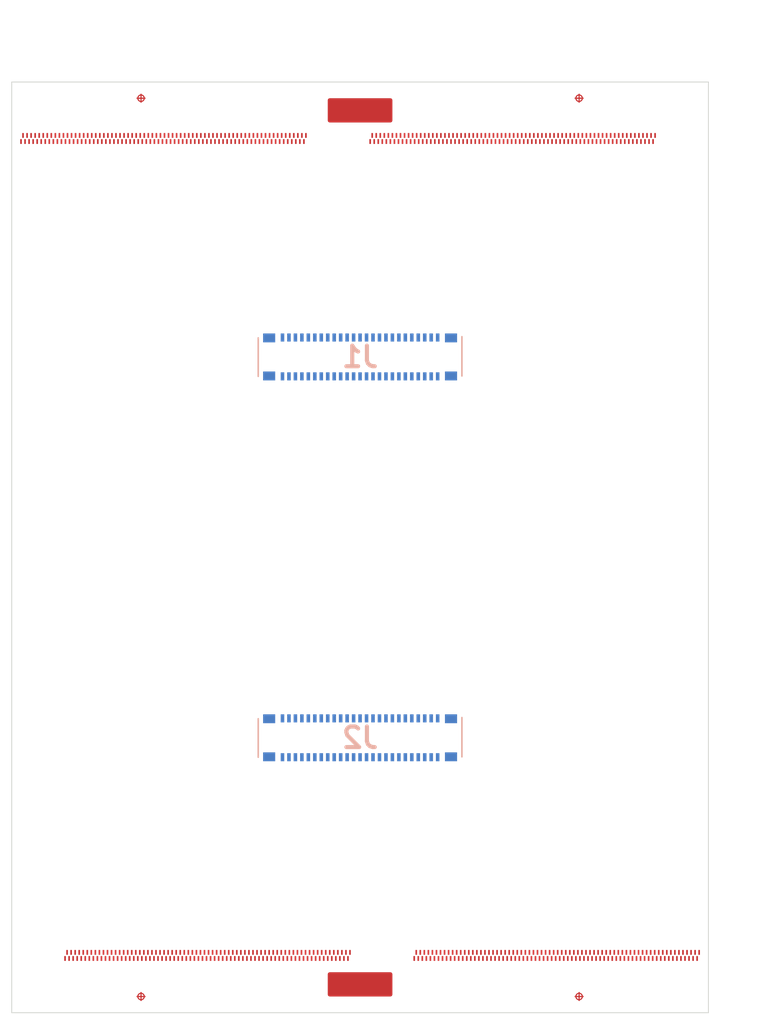
<source format=kicad_pcb>
(kicad_pcb (version 20171130) (host pcbnew "(5.1.10)-1")

  (general
    (thickness 0.5)
    (drawings 7)
    (tracks 0)
    (zones 0)
    (modules 16)
    (nets 107)
  )

  (page A4)
  (layers
    (0 F.Cu signal)
    (31 B.Cu signal)
    (32 B.Adhes user)
    (33 F.Adhes user)
    (34 B.Paste user)
    (35 F.Paste user)
    (36 B.SilkS user)
    (37 F.SilkS user)
    (38 B.Mask user)
    (39 F.Mask user)
    (40 Dwgs.User user)
    (41 Cmts.User user)
    (42 Eco1.User user)
    (43 Eco2.User user)
    (44 Edge.Cuts user)
    (45 Margin user)
    (46 B.CrtYd user)
    (47 F.CrtYd user)
    (48 B.Fab user)
    (49 F.Fab user)
  )

  (setup
    (last_trace_width 0.1)
    (trace_clearance 0.1)
    (zone_clearance 0.508)
    (zone_45_only no)
    (trace_min 0.1)
    (via_size 0.8)
    (via_drill 0.4)
    (via_min_size 0.4)
    (via_min_drill 0.3)
    (uvia_size 0.3)
    (uvia_drill 0.1)
    (uvias_allowed no)
    (uvia_min_size 0.2)
    (uvia_min_drill 0.1)
    (edge_width 0.05)
    (segment_width 0.2)
    (pcb_text_width 0.3)
    (pcb_text_size 1.5 1.5)
    (mod_edge_width 0.12)
    (mod_text_size 1 1)
    (mod_text_width 0.15)
    (pad_size 1.524 1.524)
    (pad_drill 0.762)
    (pad_to_mask_clearance 0)
    (aux_axis_origin 0 0)
    (visible_elements 7FFFFFFF)
    (pcbplotparams
      (layerselection 0x010ff_ffffffff)
      (usegerberextensions false)
      (usegerberattributes true)
      (usegerberadvancedattributes true)
      (creategerberjobfile true)
      (excludeedgelayer true)
      (linewidth 0.100000)
      (plotframeref false)
      (viasonmask false)
      (mode 1)
      (useauxorigin false)
      (hpglpennumber 1)
      (hpglpenspeed 20)
      (hpglpendiameter 15.000000)
      (psnegative false)
      (psa4output false)
      (plotreference true)
      (plotvalue true)
      (plotinvisibletext false)
      (padsonsilk false)
      (subtractmaskfromsilk false)
      (outputformat 1)
      (mirror false)
      (drillshape 0)
      (scaleselection 1)
      (outputdirectory "fab_outputs/"))
  )

  (net 0 "")
  (net 1 "Net-(J1-PadMP4)")
  (net 2 "Net-(J1-PadMP3)")
  (net 3 "Net-(J1-PadMP2)")
  (net 4 "Net-(J1-PadMP1)")
  (net 5 /01_N)
  (net 6 /01_P)
  (net 7 /11_P)
  (net 8 /11_N)
  (net 9 /10_P)
  (net 10 /10_N)
  (net 11 /09_P)
  (net 12 /09_N)
  (net 13 /08_P)
  (net 14 /08_N)
  (net 15 /07_P)
  (net 16 /07_N)
  (net 17 /06_P)
  (net 18 /06_N)
  (net 19 /05_P)
  (net 20 /05_N)
  (net 21 /04_P)
  (net 22 /04_N)
  (net 23 /03_P)
  (net 24 /03_N)
  (net 25 /02_P)
  (net 26 /02_N)
  (net 27 /12_P)
  (net 28 /12_N)
  (net 29 /13_P)
  (net 30 /13_N)
  (net 31 /24_P)
  (net 32 /24_N)
  (net 33 /23_P)
  (net 34 /23_N)
  (net 35 /22_P)
  (net 36 /22_N)
  (net 37 /21_P)
  (net 38 /21_N)
  (net 39 /20_P)
  (net 40 /20_N)
  (net 41 /19_P)
  (net 42 /19_N)
  (net 43 /18_P)
  (net 44 /18_N)
  (net 45 /17_P)
  (net 46 /17_N)
  (net 47 /16_P)
  (net 48 /16_N)
  (net 49 /15_P)
  (net 50 /15_N)
  (net 51 /14_P)
  (net 52 /14_N)
  (net 53 /30_N)
  (net 54 /30_P)
  (net 55 /28_N)
  (net 56 /28_P)
  (net 57 /27_N)
  (net 58 /27_P)
  (net 59 /26_N)
  (net 60 /26_P)
  (net 61 /49_N)
  (net 62 /49_P)
  (net 63 /48_N)
  (net 64 /48_P)
  (net 65 /47_N)
  (net 66 /47_P)
  (net 67 /46_N)
  (net 68 /46_P)
  (net 69 /45_N)
  (net 70 /45_P)
  (net 71 /44_N)
  (net 72 /44_P)
  (net 73 /43_N)
  (net 74 /43_P)
  (net 75 /42_N)
  (net 76 /42_P)
  (net 77 /41_N)
  (net 78 /41_P)
  (net 79 /40_N)
  (net 80 /40_P)
  (net 81 /39_N)
  (net 82 /39_P)
  (net 83 /38_N)
  (net 84 /38_P)
  (net 85 /37_N)
  (net 86 /37_P)
  (net 87 /36_N)
  (net 88 /36_P)
  (net 89 /35_N)
  (net 90 /35_P)
  (net 91 /34_N)
  (net 92 /34_P)
  (net 93 /33_N)
  (net 94 /33_P)
  (net 95 /32_N)
  (net 96 /32_P)
  (net 97 /31_N)
  (net 98 /31_P)
  (net 99 /29_N)
  (net 100 /29_P)
  (net 101 /S2)
  (net 102 /S1)
  (net 103 "Net-(J2-PadMP4)")
  (net 104 "Net-(J2-PadMP3)")
  (net 105 "Net-(J2-PadMP2)")
  (net 106 "Net-(J2-PadMP1)")

  (net_class Default "This is the default net class."
    (clearance 0.1)
    (trace_width 0.1)
    (via_dia 0.8)
    (via_drill 0.4)
    (uvia_dia 0.3)
    (uvia_drill 0.1)
    (add_net /01_N)
    (add_net /01_P)
    (add_net /02_N)
    (add_net /02_P)
    (add_net /03_N)
    (add_net /03_P)
    (add_net /04_N)
    (add_net /04_P)
    (add_net /05_N)
    (add_net /05_P)
    (add_net /06_N)
    (add_net /06_P)
    (add_net /07_N)
    (add_net /07_P)
    (add_net /08_N)
    (add_net /08_P)
    (add_net /09_N)
    (add_net /09_P)
    (add_net /10_N)
    (add_net /10_P)
    (add_net /11_N)
    (add_net /11_P)
    (add_net /12_N)
    (add_net /12_P)
    (add_net /13_N)
    (add_net /13_P)
    (add_net /14_N)
    (add_net /14_P)
    (add_net /15_N)
    (add_net /15_P)
    (add_net /16_N)
    (add_net /16_P)
    (add_net /17_N)
    (add_net /17_P)
    (add_net /18_N)
    (add_net /18_P)
    (add_net /19_N)
    (add_net /19_P)
    (add_net /20_N)
    (add_net /20_P)
    (add_net /21_N)
    (add_net /21_P)
    (add_net /22_N)
    (add_net /22_P)
    (add_net /23_N)
    (add_net /23_P)
    (add_net /24_N)
    (add_net /24_P)
    (add_net /26_N)
    (add_net /26_P)
    (add_net /27_N)
    (add_net /27_P)
    (add_net /28_N)
    (add_net /28_P)
    (add_net /29_N)
    (add_net /29_P)
    (add_net /30_N)
    (add_net /30_P)
    (add_net /31_N)
    (add_net /31_P)
    (add_net /32_N)
    (add_net /32_P)
    (add_net /33_N)
    (add_net /33_P)
    (add_net /34_N)
    (add_net /34_P)
    (add_net /35_N)
    (add_net /35_P)
    (add_net /36_N)
    (add_net /36_P)
    (add_net /37_N)
    (add_net /37_P)
    (add_net /38_N)
    (add_net /38_P)
    (add_net /39_N)
    (add_net /39_P)
    (add_net /40_N)
    (add_net /40_P)
    (add_net /41_N)
    (add_net /41_P)
    (add_net /42_N)
    (add_net /42_P)
    (add_net /43_N)
    (add_net /43_P)
    (add_net /44_N)
    (add_net /44_P)
    (add_net /45_N)
    (add_net /45_P)
    (add_net /46_N)
    (add_net /46_P)
    (add_net /47_N)
    (add_net /47_P)
    (add_net /48_N)
    (add_net /48_P)
    (add_net /49_N)
    (add_net /49_P)
    (add_net /S1)
    (add_net /S2)
    (add_net "Net-(J1-PadMP1)")
    (add_net "Net-(J1-PadMP2)")
    (add_net "Net-(J1-PadMP3)")
    (add_net "Net-(J1-PadMP4)")
    (add_net "Net-(J2-PadMP1)")
    (add_net "Net-(J2-PadMP2)")
    (add_net "Net-(J2-PadMP3)")
    (add_net "Net-(J2-PadMP4)")
  )

  (module unl_silab:crossed_circle_fiducial (layer F.Cu) (tedit 5DEEB95A) (tstamp 6282DF0D)
    (at 35.1 1)
    (fp_text reference REF** (at 0 0) (layer F.SilkS) hide
      (effects (font (size 1 1) (thickness 0.15)))
    )
    (fp_text value crossed_circle_fiducial (at 0 0) (layer F.Fab) hide
      (effects (font (size 1 1) (thickness 0.15)))
    )
    (fp_circle (center 0 0) (end 0.2 0) (layer F.Cu) (width 0.07))
    (fp_line (start 0 -0.25) (end 0 0.25) (layer F.Cu) (width 0.07))
    (fp_line (start 0.25 0) (end -0.25 0) (layer F.Cu) (width 0.07))
    (fp_circle (center 0 0) (end 0.01 0) (layer F.Mask) (width 0.6))
  )

  (module unl_silab:crossed_circle_fiducial (layer F.Cu) (tedit 5DEEB95A) (tstamp 6282DF0D)
    (at 8 1)
    (fp_text reference REF** (at 0 0) (layer F.SilkS) hide
      (effects (font (size 1 1) (thickness 0.15)))
    )
    (fp_text value crossed_circle_fiducial (at 0 0) (layer F.Fab) hide
      (effects (font (size 1 1) (thickness 0.15)))
    )
    (fp_circle (center 0 0) (end 0.2 0) (layer F.Cu) (width 0.07))
    (fp_line (start 0 -0.25) (end 0 0.25) (layer F.Cu) (width 0.07))
    (fp_line (start 0.25 0) (end -0.25 0) (layer F.Cu) (width 0.07))
    (fp_circle (center 0 0) (end 0.01 0) (layer F.Mask) (width 0.6))
  )

  (module unl_silab:crossed_circle_fiducial (layer F.Cu) (tedit 5DEEB95A) (tstamp 6282DF0D)
    (at 35.1 56.5)
    (fp_text reference REF** (at 0 0) (layer F.SilkS) hide
      (effects (font (size 1 1) (thickness 0.15)))
    )
    (fp_text value crossed_circle_fiducial (at 0 0) (layer F.Fab) hide
      (effects (font (size 1 1) (thickness 0.15)))
    )
    (fp_circle (center 0 0) (end 0.2 0) (layer F.Cu) (width 0.07))
    (fp_line (start 0 -0.25) (end 0 0.25) (layer F.Cu) (width 0.07))
    (fp_line (start 0.25 0) (end -0.25 0) (layer F.Cu) (width 0.07))
    (fp_circle (center 0 0) (end 0.01 0) (layer F.Mask) (width 0.6))
  )

  (module unl_silab:crossed_circle_fiducial (layer F.Cu) (tedit 5DEEB95A) (tstamp 6282DEB1)
    (at 8 56.5)
    (fp_text reference REF** (at 0 0) (layer F.SilkS) hide
      (effects (font (size 1 1) (thickness 0.15)))
    )
    (fp_text value crossed_circle_fiducial (at 0 0) (layer F.Fab) hide
      (effects (font (size 1 1) (thickness 0.15)))
    )
    (fp_circle (center 0 0) (end 0.2 0) (layer F.Cu) (width 0.07))
    (fp_line (start 0 -0.25) (end 0 0.25) (layer F.Cu) (width 0.07))
    (fp_line (start 0.25 0) (end -0.25 0) (layer F.Cu) (width 0.07))
    (fp_circle (center 0 0) (end 0.01 0) (layer F.Mask) (width 0.6))
  )

  (module unl_silab:etl_module_pcb_wirebond_staggered_v1 (layer F.Cu) (tedit 62670546) (tstamp 6267954A)
    (at 18.2 3.3 180)
    (solder_mask_margin 0.1)
    (fp_text reference REF** (at -1.61 -2.04) (layer F.SilkS) hide
      (effects (font (size 1 1) (thickness 0.15)))
    )
    (fp_text value etl_module_pcb_wirebond_staggered_v1 (at -2.28 -2.76) (layer F.Fab) hide
      (effects (font (size 1 1) (thickness 0.15)))
    )
    (pad 142 smd rect (at 17.625 -0.376 180) (size 0.1 0.3) (layers F.Cu F.Paste F.Mask))
    (pad 141 smd rect (at 17.5 0 180) (size 0.1 0.3) (layers F.Cu F.Paste F.Mask))
    (pad 140 smd rect (at 17.375 -0.376 180) (size 0.1 0.3) (layers F.Cu F.Paste F.Mask))
    (pad 139 smd rect (at 17.25 0 180) (size 0.1 0.3) (layers F.Cu F.Paste F.Mask))
    (pad 138 smd rect (at 17.125 -0.376 180) (size 0.1 0.3) (layers F.Cu F.Paste F.Mask))
    (pad 137 smd rect (at 17 0 180) (size 0.1 0.3) (layers F.Cu F.Paste F.Mask))
    (pad 136 smd rect (at 16.875 -0.376 180) (size 0.1 0.3) (layers F.Cu F.Paste F.Mask))
    (pad 135 smd rect (at 16.75 0 180) (size 0.1 0.3) (layers F.Cu F.Paste F.Mask))
    (pad 134 smd rect (at 16.625 -0.376 180) (size 0.1 0.3) (layers F.Cu F.Paste F.Mask))
    (pad 133 smd rect (at 16.5 0 180) (size 0.1 0.3) (layers F.Cu F.Paste F.Mask))
    (pad 132 smd rect (at 16.375 -0.376 180) (size 0.1 0.3) (layers F.Cu F.Paste F.Mask))
    (pad 131 smd rect (at 16.25 0 180) (size 0.1 0.3) (layers F.Cu F.Paste F.Mask))
    (pad 130 smd rect (at 16.125 -0.376 180) (size 0.1 0.3) (layers F.Cu F.Paste F.Mask))
    (pad 129 smd rect (at 16 0 180) (size 0.1 0.3) (layers F.Cu F.Paste F.Mask))
    (pad 128 smd rect (at 15.875 -0.376 180) (size 0.1 0.3) (layers F.Cu F.Paste F.Mask))
    (pad 127 smd rect (at 15.75 0 180) (size 0.1 0.3) (layers F.Cu F.Paste F.Mask))
    (pad 126 smd rect (at 15.625 -0.376 180) (size 0.1 0.3) (layers F.Cu F.Paste F.Mask))
    (pad 125 smd rect (at 15.5 0 180) (size 0.1 0.3) (layers F.Cu F.Paste F.Mask))
    (pad 124 smd rect (at 15.375 -0.376 180) (size 0.1 0.3) (layers F.Cu F.Paste F.Mask))
    (pad 123 smd rect (at 15.25 0 180) (size 0.1 0.3) (layers F.Cu F.Paste F.Mask))
    (pad 122 smd rect (at 15.125 -0.376 180) (size 0.1 0.3) (layers F.Cu F.Paste F.Mask))
    (pad 121 smd rect (at 15 0 180) (size 0.1 0.3) (layers F.Cu F.Paste F.Mask))
    (pad 120 smd rect (at 14.875 -0.376 180) (size 0.1 0.3) (layers F.Cu F.Paste F.Mask))
    (pad 119 smd rect (at 14.75 0 180) (size 0.1 0.3) (layers F.Cu F.Paste F.Mask))
    (pad 118 smd rect (at 14.625 -0.376 180) (size 0.1 0.3) (layers F.Cu F.Paste F.Mask))
    (pad 117 smd rect (at 14.5 0 180) (size 0.1 0.3) (layers F.Cu F.Paste F.Mask))
    (pad 116 smd rect (at 14.375 -0.376 180) (size 0.1 0.3) (layers F.Cu F.Paste F.Mask))
    (pad 115 smd rect (at 14.25 0 180) (size 0.1 0.3) (layers F.Cu F.Paste F.Mask))
    (pad 114 smd rect (at 14.125 -0.376 180) (size 0.1 0.3) (layers F.Cu F.Paste F.Mask))
    (pad 113 smd rect (at 14 0 180) (size 0.1 0.3) (layers F.Cu F.Paste F.Mask))
    (pad 112 smd rect (at 13.875 -0.376 180) (size 0.1 0.3) (layers F.Cu F.Paste F.Mask))
    (pad 111 smd rect (at 13.75 0 180) (size 0.1 0.3) (layers F.Cu F.Paste F.Mask))
    (pad 110 smd rect (at 13.625 -0.376 180) (size 0.1 0.3) (layers F.Cu F.Paste F.Mask))
    (pad 109 smd rect (at 13.5 0 180) (size 0.1 0.3) (layers F.Cu F.Paste F.Mask))
    (pad 108 smd rect (at 13.375 -0.376 180) (size 0.1 0.3) (layers F.Cu F.Paste F.Mask))
    (pad 107 smd rect (at 13.25 0 180) (size 0.1 0.3) (layers F.Cu F.Paste F.Mask))
    (pad 106 smd rect (at 13.125 -0.376 180) (size 0.1 0.3) (layers F.Cu F.Paste F.Mask))
    (pad 105 smd rect (at 13 0 180) (size 0.1 0.3) (layers F.Cu F.Paste F.Mask))
    (pad 104 smd rect (at 12.875 -0.376 180) (size 0.1 0.3) (layers F.Cu F.Paste F.Mask))
    (pad 103 smd rect (at 12.75 0 180) (size 0.1 0.3) (layers F.Cu F.Paste F.Mask))
    (pad 102 smd rect (at 12.625 -0.376 180) (size 0.1 0.3) (layers F.Cu F.Paste F.Mask))
    (pad 101 smd rect (at 12.5 0 180) (size 0.1 0.3) (layers F.Cu F.Paste F.Mask))
    (pad 100 smd rect (at 12.375 -0.376 180) (size 0.1 0.3) (layers F.Cu F.Paste F.Mask))
    (pad 99 smd rect (at 12.25 0 180) (size 0.1 0.3) (layers F.Cu F.Paste F.Mask))
    (pad 98 smd rect (at 12.125 -0.376 180) (size 0.1 0.3) (layers F.Cu F.Paste F.Mask))
    (pad 97 smd rect (at 12 0 180) (size 0.1 0.3) (layers F.Cu F.Paste F.Mask))
    (pad 96 smd rect (at 11.875 -0.376 180) (size 0.1 0.3) (layers F.Cu F.Paste F.Mask))
    (pad 95 smd rect (at 11.75 0 180) (size 0.1 0.3) (layers F.Cu F.Paste F.Mask))
    (pad 94 smd rect (at 11.625 -0.376 180) (size 0.1 0.3) (layers F.Cu F.Paste F.Mask))
    (pad 93 smd rect (at 11.5 0 180) (size 0.1 0.3) (layers F.Cu F.Paste F.Mask))
    (pad 92 smd rect (at 11.375 -0.376 180) (size 0.1 0.3) (layers F.Cu F.Paste F.Mask))
    (pad 91 smd rect (at 11.25 0 180) (size 0.1 0.3) (layers F.Cu F.Paste F.Mask))
    (pad 90 smd rect (at 11.125 -0.376 180) (size 0.1 0.3) (layers F.Cu F.Paste F.Mask))
    (pad 89 smd rect (at 11 0 180) (size 0.1 0.3) (layers F.Cu F.Paste F.Mask))
    (pad 88 smd rect (at 10.875 -0.376 180) (size 0.1 0.3) (layers F.Cu F.Paste F.Mask))
    (pad 87 smd rect (at 10.75 0 180) (size 0.1 0.3) (layers F.Cu F.Paste F.Mask))
    (pad 86 smd rect (at 10.625 -0.376 180) (size 0.1 0.3) (layers F.Cu F.Paste F.Mask))
    (pad 85 smd rect (at 10.5 0 180) (size 0.1 0.3) (layers F.Cu F.Paste F.Mask))
    (pad 84 smd rect (at 10.375 -0.376 180) (size 0.1 0.3) (layers F.Cu F.Paste F.Mask))
    (pad 83 smd rect (at 10.25 0 180) (size 0.1 0.3) (layers F.Cu F.Paste F.Mask))
    (pad 82 smd rect (at 10.125 -0.376 180) (size 0.1 0.3) (layers F.Cu F.Paste F.Mask))
    (pad 81 smd rect (at 10 0 180) (size 0.1 0.3) (layers F.Cu F.Paste F.Mask))
    (pad 80 smd rect (at 9.875 -0.376 180) (size 0.1 0.3) (layers F.Cu F.Paste F.Mask))
    (pad 79 smd rect (at 9.75 0 180) (size 0.1 0.3) (layers F.Cu F.Paste F.Mask))
    (pad 78 smd rect (at 9.625 -0.376 180) (size 0.1 0.3) (layers F.Cu F.Paste F.Mask))
    (pad 77 smd rect (at 9.5 0 180) (size 0.1 0.3) (layers F.Cu F.Paste F.Mask))
    (pad 76 smd rect (at 9.375 -0.376 180) (size 0.1 0.3) (layers F.Cu F.Paste F.Mask))
    (pad 75 smd rect (at 9.25 0 180) (size 0.1 0.3) (layers F.Cu F.Paste F.Mask))
    (pad 74 smd rect (at 9.125 -0.376 180) (size 0.1 0.3) (layers F.Cu F.Paste F.Mask))
    (pad 73 smd rect (at 9 0 180) (size 0.1 0.3) (layers F.Cu F.Paste F.Mask))
    (pad 72 smd rect (at 8.875 -0.376 180) (size 0.1 0.3) (layers F.Cu F.Paste F.Mask))
    (pad 71 smd rect (at 8.75 0 180) (size 0.1 0.3) (layers F.Cu F.Paste F.Mask))
    (pad 70 smd rect (at 8.625 -0.376 180) (size 0.1 0.3) (layers F.Cu F.Paste F.Mask))
    (pad 69 smd rect (at 8.5 0 180) (size 0.1 0.3) (layers F.Cu F.Paste F.Mask))
    (pad 68 smd rect (at 8.375 -0.376 180) (size 0.1 0.3) (layers F.Cu F.Paste F.Mask))
    (pad 67 smd rect (at 8.25 0 180) (size 0.1 0.3) (layers F.Cu F.Paste F.Mask))
    (pad 66 smd rect (at 8.125 -0.376 180) (size 0.1 0.3) (layers F.Cu F.Paste F.Mask))
    (pad 65 smd rect (at 8 0 180) (size 0.1 0.3) (layers F.Cu F.Paste F.Mask))
    (pad 64 smd rect (at 7.875 -0.376 180) (size 0.1 0.3) (layers F.Cu F.Paste F.Mask))
    (pad 63 smd rect (at 7.75 0 180) (size 0.1 0.3) (layers F.Cu F.Paste F.Mask))
    (pad 62 smd rect (at 7.625 -0.376 180) (size 0.1 0.3) (layers F.Cu F.Paste F.Mask))
    (pad 61 smd rect (at 7.5 0 180) (size 0.1 0.3) (layers F.Cu F.Paste F.Mask))
    (pad 60 smd rect (at 7.375 -0.376 180) (size 0.1 0.3) (layers F.Cu F.Paste F.Mask))
    (pad 59 smd rect (at 7.25 0 180) (size 0.1 0.3) (layers F.Cu F.Paste F.Mask))
    (pad 58 smd rect (at 7.125 -0.376 180) (size 0.1 0.3) (layers F.Cu F.Paste F.Mask))
    (pad 57 smd rect (at 7 0 180) (size 0.1 0.3) (layers F.Cu F.Paste F.Mask))
    (pad 56 smd rect (at 6.875 -0.376 180) (size 0.1 0.3) (layers F.Cu F.Paste F.Mask))
    (pad 55 smd rect (at 6.75 0 180) (size 0.1 0.3) (layers F.Cu F.Paste F.Mask))
    (pad 54 smd rect (at 6.625 -0.376 180) (size 0.1 0.3) (layers F.Cu F.Paste F.Mask))
    (pad 53 smd rect (at 6.5 0 180) (size 0.1 0.3) (layers F.Cu F.Paste F.Mask))
    (pad 52 smd rect (at 6.375 -0.376 180) (size 0.1 0.3) (layers F.Cu F.Paste F.Mask))
    (pad 51 smd rect (at 6.25 0 180) (size 0.1 0.3) (layers F.Cu F.Paste F.Mask))
    (pad 50 smd rect (at 6.125 -0.376 180) (size 0.1 0.3) (layers F.Cu F.Paste F.Mask))
    (pad 49 smd rect (at 6 0 180) (size 0.1 0.3) (layers F.Cu F.Paste F.Mask))
    (pad 48 smd rect (at 5.875 -0.376 180) (size 0.1 0.3) (layers F.Cu F.Paste F.Mask))
    (pad 47 smd rect (at 5.75 0 180) (size 0.1 0.3) (layers F.Cu F.Paste F.Mask))
    (pad 46 smd rect (at 5.625 -0.376 180) (size 0.1 0.3) (layers F.Cu F.Paste F.Mask))
    (pad 45 smd rect (at 5.5 0 180) (size 0.1 0.3) (layers F.Cu F.Paste F.Mask))
    (pad 44 smd rect (at 5.375 -0.376 180) (size 0.1 0.3) (layers F.Cu F.Paste F.Mask))
    (pad 43 smd rect (at 5.25 0 180) (size 0.1 0.3) (layers F.Cu F.Paste F.Mask))
    (pad 42 smd rect (at 5.125 -0.376 180) (size 0.1 0.3) (layers F.Cu F.Paste F.Mask))
    (pad 41 smd rect (at 5 0 180) (size 0.1 0.3) (layers F.Cu F.Paste F.Mask))
    (pad 40 smd rect (at 4.875 -0.376 180) (size 0.1 0.3) (layers F.Cu F.Paste F.Mask))
    (pad 39 smd rect (at 4.75 0 180) (size 0.1 0.3) (layers F.Cu F.Paste F.Mask))
    (pad 38 smd rect (at 4.625 -0.376 180) (size 0.1 0.3) (layers F.Cu F.Paste F.Mask))
    (pad 37 smd rect (at 4.5 0 180) (size 0.1 0.3) (layers F.Cu F.Paste F.Mask))
    (pad 36 smd rect (at 4.375 -0.376 180) (size 0.1 0.3) (layers F.Cu F.Paste F.Mask))
    (pad 35 smd rect (at 4.25 0 180) (size 0.1 0.3) (layers F.Cu F.Paste F.Mask))
    (pad 34 smd rect (at 4.125 -0.376 180) (size 0.1 0.3) (layers F.Cu F.Paste F.Mask))
    (pad 33 smd rect (at 4 0 180) (size 0.1 0.3) (layers F.Cu F.Paste F.Mask))
    (pad 32 smd rect (at 3.875 -0.376 180) (size 0.1 0.3) (layers F.Cu F.Paste F.Mask))
    (pad 31 smd rect (at 3.75 0 180) (size 0.1 0.3) (layers F.Cu F.Paste F.Mask))
    (pad 30 smd rect (at 3.625 -0.376 180) (size 0.1 0.3) (layers F.Cu F.Paste F.Mask))
    (pad 29 smd rect (at 3.5 0 180) (size 0.1 0.3) (layers F.Cu F.Paste F.Mask))
    (pad 28 smd rect (at 3.375 -0.376 180) (size 0.1 0.3) (layers F.Cu F.Paste F.Mask))
    (pad 27 smd rect (at 3.25 0 180) (size 0.1 0.3) (layers F.Cu F.Paste F.Mask))
    (pad 26 smd rect (at 3.125 -0.376 180) (size 0.1 0.3) (layers F.Cu F.Paste F.Mask))
    (pad 25 smd rect (at 3 0 180) (size 0.1 0.3) (layers F.Cu F.Paste F.Mask))
    (pad 24 smd rect (at 2.875 -0.376 180) (size 0.1 0.3) (layers F.Cu F.Paste F.Mask))
    (pad 23 smd rect (at 2.75 0 180) (size 0.1 0.3) (layers F.Cu F.Paste F.Mask))
    (pad 22 smd rect (at 2.625 -0.376 180) (size 0.1 0.3) (layers F.Cu F.Paste F.Mask))
    (pad 21 smd rect (at 2.5 0 180) (size 0.1 0.3) (layers F.Cu F.Paste F.Mask))
    (pad 20 smd rect (at 2.375 -0.376 180) (size 0.1 0.3) (layers F.Cu F.Paste F.Mask))
    (pad 19 smd rect (at 2.25 0 180) (size 0.1 0.3) (layers F.Cu F.Paste F.Mask))
    (pad 18 smd rect (at 2.125 -0.376 180) (size 0.1 0.3) (layers F.Cu F.Paste F.Mask))
    (pad 17 smd rect (at 2 0 180) (size 0.1 0.3) (layers F.Cu F.Paste F.Mask))
    (pad 16 smd rect (at 1.875 -0.376 180) (size 0.1 0.3) (layers F.Cu F.Paste F.Mask))
    (pad 15 smd rect (at 1.75 0 180) (size 0.1 0.3) (layers F.Cu F.Paste F.Mask))
    (pad 14 smd rect (at 1.625 -0.376 180) (size 0.1 0.3) (layers F.Cu F.Paste F.Mask))
    (pad 13 smd rect (at 1.5 0 180) (size 0.1 0.3) (layers F.Cu F.Paste F.Mask))
    (pad 12 smd rect (at 1.375 -0.376 180) (size 0.1 0.3) (layers F.Cu F.Paste F.Mask))
    (pad 11 smd rect (at 1.25 0 180) (size 0.1 0.3) (layers F.Cu F.Paste F.Mask))
    (pad 10 smd rect (at 1.125 -0.376 180) (size 0.1 0.3) (layers F.Cu F.Paste F.Mask))
    (pad 9 smd rect (at 1 0 180) (size 0.1 0.3) (layers F.Cu F.Paste F.Mask))
    (pad 8 smd rect (at 0.875 -0.376 180) (size 0.1 0.3) (layers F.Cu F.Paste F.Mask))
    (pad 7 smd rect (at 0.75 0 180) (size 0.1 0.3) (layers F.Cu F.Paste F.Mask))
    (pad 6 smd rect (at 0.625 -0.376 180) (size 0.1 0.3) (layers F.Cu F.Paste F.Mask))
    (pad 5 smd rect (at 0.5 0 180) (size 0.1 0.3) (layers F.Cu F.Paste F.Mask))
    (pad 4 smd rect (at 0.375 -0.376 180) (size 0.1 0.3) (layers F.Cu F.Paste F.Mask))
    (pad 3 smd rect (at 0.25 0 180) (size 0.1 0.3) (layers F.Cu F.Paste F.Mask))
    (pad 2 smd rect (at 0.125 -0.376 180) (size 0.1 0.3) (layers F.Cu F.Paste F.Mask))
    (pad 1 smd rect (at 0 0 180) (size 0.1 0.3) (layers F.Cu F.Paste F.Mask))
  )

  (module unl_silab:etl_module_pcb_wirebond_staggered_v1 (layer F.Cu) (tedit 62670546) (tstamp 62678F7D)
    (at 39.8 3.3 180)
    (solder_mask_margin 0.1)
    (fp_text reference REF** (at -1.61 -2.04) (layer F.SilkS) hide
      (effects (font (size 1 1) (thickness 0.15)))
    )
    (fp_text value etl_module_pcb_wirebond_staggered_v1 (at -2.28 -2.76) (layer F.Fab) hide
      (effects (font (size 1 1) (thickness 0.15)))
    )
    (pad 142 smd rect (at 17.625 -0.376 180) (size 0.1 0.3) (layers F.Cu F.Paste F.Mask))
    (pad 141 smd rect (at 17.5 0 180) (size 0.1 0.3) (layers F.Cu F.Paste F.Mask))
    (pad 140 smd rect (at 17.375 -0.376 180) (size 0.1 0.3) (layers F.Cu F.Paste F.Mask))
    (pad 139 smd rect (at 17.25 0 180) (size 0.1 0.3) (layers F.Cu F.Paste F.Mask))
    (pad 138 smd rect (at 17.125 -0.376 180) (size 0.1 0.3) (layers F.Cu F.Paste F.Mask))
    (pad 137 smd rect (at 17 0 180) (size 0.1 0.3) (layers F.Cu F.Paste F.Mask))
    (pad 136 smd rect (at 16.875 -0.376 180) (size 0.1 0.3) (layers F.Cu F.Paste F.Mask))
    (pad 135 smd rect (at 16.75 0 180) (size 0.1 0.3) (layers F.Cu F.Paste F.Mask))
    (pad 134 smd rect (at 16.625 -0.376 180) (size 0.1 0.3) (layers F.Cu F.Paste F.Mask))
    (pad 133 smd rect (at 16.5 0 180) (size 0.1 0.3) (layers F.Cu F.Paste F.Mask))
    (pad 132 smd rect (at 16.375 -0.376 180) (size 0.1 0.3) (layers F.Cu F.Paste F.Mask))
    (pad 131 smd rect (at 16.25 0 180) (size 0.1 0.3) (layers F.Cu F.Paste F.Mask))
    (pad 130 smd rect (at 16.125 -0.376 180) (size 0.1 0.3) (layers F.Cu F.Paste F.Mask))
    (pad 129 smd rect (at 16 0 180) (size 0.1 0.3) (layers F.Cu F.Paste F.Mask))
    (pad 128 smd rect (at 15.875 -0.376 180) (size 0.1 0.3) (layers F.Cu F.Paste F.Mask))
    (pad 127 smd rect (at 15.75 0 180) (size 0.1 0.3) (layers F.Cu F.Paste F.Mask))
    (pad 126 smd rect (at 15.625 -0.376 180) (size 0.1 0.3) (layers F.Cu F.Paste F.Mask))
    (pad 125 smd rect (at 15.5 0 180) (size 0.1 0.3) (layers F.Cu F.Paste F.Mask))
    (pad 124 smd rect (at 15.375 -0.376 180) (size 0.1 0.3) (layers F.Cu F.Paste F.Mask))
    (pad 123 smd rect (at 15.25 0 180) (size 0.1 0.3) (layers F.Cu F.Paste F.Mask))
    (pad 122 smd rect (at 15.125 -0.376 180) (size 0.1 0.3) (layers F.Cu F.Paste F.Mask))
    (pad 121 smd rect (at 15 0 180) (size 0.1 0.3) (layers F.Cu F.Paste F.Mask))
    (pad 120 smd rect (at 14.875 -0.376 180) (size 0.1 0.3) (layers F.Cu F.Paste F.Mask))
    (pad 119 smd rect (at 14.75 0 180) (size 0.1 0.3) (layers F.Cu F.Paste F.Mask))
    (pad 118 smd rect (at 14.625 -0.376 180) (size 0.1 0.3) (layers F.Cu F.Paste F.Mask))
    (pad 117 smd rect (at 14.5 0 180) (size 0.1 0.3) (layers F.Cu F.Paste F.Mask))
    (pad 116 smd rect (at 14.375 -0.376 180) (size 0.1 0.3) (layers F.Cu F.Paste F.Mask))
    (pad 115 smd rect (at 14.25 0 180) (size 0.1 0.3) (layers F.Cu F.Paste F.Mask))
    (pad 114 smd rect (at 14.125 -0.376 180) (size 0.1 0.3) (layers F.Cu F.Paste F.Mask))
    (pad 113 smd rect (at 14 0 180) (size 0.1 0.3) (layers F.Cu F.Paste F.Mask))
    (pad 112 smd rect (at 13.875 -0.376 180) (size 0.1 0.3) (layers F.Cu F.Paste F.Mask))
    (pad 111 smd rect (at 13.75 0 180) (size 0.1 0.3) (layers F.Cu F.Paste F.Mask))
    (pad 110 smd rect (at 13.625 -0.376 180) (size 0.1 0.3) (layers F.Cu F.Paste F.Mask))
    (pad 109 smd rect (at 13.5 0 180) (size 0.1 0.3) (layers F.Cu F.Paste F.Mask))
    (pad 108 smd rect (at 13.375 -0.376 180) (size 0.1 0.3) (layers F.Cu F.Paste F.Mask))
    (pad 107 smd rect (at 13.25 0 180) (size 0.1 0.3) (layers F.Cu F.Paste F.Mask))
    (pad 106 smd rect (at 13.125 -0.376 180) (size 0.1 0.3) (layers F.Cu F.Paste F.Mask))
    (pad 105 smd rect (at 13 0 180) (size 0.1 0.3) (layers F.Cu F.Paste F.Mask))
    (pad 104 smd rect (at 12.875 -0.376 180) (size 0.1 0.3) (layers F.Cu F.Paste F.Mask))
    (pad 103 smd rect (at 12.75 0 180) (size 0.1 0.3) (layers F.Cu F.Paste F.Mask))
    (pad 102 smd rect (at 12.625 -0.376 180) (size 0.1 0.3) (layers F.Cu F.Paste F.Mask))
    (pad 101 smd rect (at 12.5 0 180) (size 0.1 0.3) (layers F.Cu F.Paste F.Mask))
    (pad 100 smd rect (at 12.375 -0.376 180) (size 0.1 0.3) (layers F.Cu F.Paste F.Mask))
    (pad 99 smd rect (at 12.25 0 180) (size 0.1 0.3) (layers F.Cu F.Paste F.Mask))
    (pad 98 smd rect (at 12.125 -0.376 180) (size 0.1 0.3) (layers F.Cu F.Paste F.Mask))
    (pad 97 smd rect (at 12 0 180) (size 0.1 0.3) (layers F.Cu F.Paste F.Mask))
    (pad 96 smd rect (at 11.875 -0.376 180) (size 0.1 0.3) (layers F.Cu F.Paste F.Mask))
    (pad 95 smd rect (at 11.75 0 180) (size 0.1 0.3) (layers F.Cu F.Paste F.Mask))
    (pad 94 smd rect (at 11.625 -0.376 180) (size 0.1 0.3) (layers F.Cu F.Paste F.Mask))
    (pad 93 smd rect (at 11.5 0 180) (size 0.1 0.3) (layers F.Cu F.Paste F.Mask))
    (pad 92 smd rect (at 11.375 -0.376 180) (size 0.1 0.3) (layers F.Cu F.Paste F.Mask))
    (pad 91 smd rect (at 11.25 0 180) (size 0.1 0.3) (layers F.Cu F.Paste F.Mask))
    (pad 90 smd rect (at 11.125 -0.376 180) (size 0.1 0.3) (layers F.Cu F.Paste F.Mask))
    (pad 89 smd rect (at 11 0 180) (size 0.1 0.3) (layers F.Cu F.Paste F.Mask))
    (pad 88 smd rect (at 10.875 -0.376 180) (size 0.1 0.3) (layers F.Cu F.Paste F.Mask))
    (pad 87 smd rect (at 10.75 0 180) (size 0.1 0.3) (layers F.Cu F.Paste F.Mask))
    (pad 86 smd rect (at 10.625 -0.376 180) (size 0.1 0.3) (layers F.Cu F.Paste F.Mask))
    (pad 85 smd rect (at 10.5 0 180) (size 0.1 0.3) (layers F.Cu F.Paste F.Mask))
    (pad 84 smd rect (at 10.375 -0.376 180) (size 0.1 0.3) (layers F.Cu F.Paste F.Mask))
    (pad 83 smd rect (at 10.25 0 180) (size 0.1 0.3) (layers F.Cu F.Paste F.Mask))
    (pad 82 smd rect (at 10.125 -0.376 180) (size 0.1 0.3) (layers F.Cu F.Paste F.Mask))
    (pad 81 smd rect (at 10 0 180) (size 0.1 0.3) (layers F.Cu F.Paste F.Mask))
    (pad 80 smd rect (at 9.875 -0.376 180) (size 0.1 0.3) (layers F.Cu F.Paste F.Mask))
    (pad 79 smd rect (at 9.75 0 180) (size 0.1 0.3) (layers F.Cu F.Paste F.Mask))
    (pad 78 smd rect (at 9.625 -0.376 180) (size 0.1 0.3) (layers F.Cu F.Paste F.Mask))
    (pad 77 smd rect (at 9.5 0 180) (size 0.1 0.3) (layers F.Cu F.Paste F.Mask))
    (pad 76 smd rect (at 9.375 -0.376 180) (size 0.1 0.3) (layers F.Cu F.Paste F.Mask))
    (pad 75 smd rect (at 9.25 0 180) (size 0.1 0.3) (layers F.Cu F.Paste F.Mask))
    (pad 74 smd rect (at 9.125 -0.376 180) (size 0.1 0.3) (layers F.Cu F.Paste F.Mask))
    (pad 73 smd rect (at 9 0 180) (size 0.1 0.3) (layers F.Cu F.Paste F.Mask))
    (pad 72 smd rect (at 8.875 -0.376 180) (size 0.1 0.3) (layers F.Cu F.Paste F.Mask))
    (pad 71 smd rect (at 8.75 0 180) (size 0.1 0.3) (layers F.Cu F.Paste F.Mask))
    (pad 70 smd rect (at 8.625 -0.376 180) (size 0.1 0.3) (layers F.Cu F.Paste F.Mask))
    (pad 69 smd rect (at 8.5 0 180) (size 0.1 0.3) (layers F.Cu F.Paste F.Mask))
    (pad 68 smd rect (at 8.375 -0.376 180) (size 0.1 0.3) (layers F.Cu F.Paste F.Mask))
    (pad 67 smd rect (at 8.25 0 180) (size 0.1 0.3) (layers F.Cu F.Paste F.Mask))
    (pad 66 smd rect (at 8.125 -0.376 180) (size 0.1 0.3) (layers F.Cu F.Paste F.Mask))
    (pad 65 smd rect (at 8 0 180) (size 0.1 0.3) (layers F.Cu F.Paste F.Mask))
    (pad 64 smd rect (at 7.875 -0.376 180) (size 0.1 0.3) (layers F.Cu F.Paste F.Mask))
    (pad 63 smd rect (at 7.75 0 180) (size 0.1 0.3) (layers F.Cu F.Paste F.Mask))
    (pad 62 smd rect (at 7.625 -0.376 180) (size 0.1 0.3) (layers F.Cu F.Paste F.Mask))
    (pad 61 smd rect (at 7.5 0 180) (size 0.1 0.3) (layers F.Cu F.Paste F.Mask))
    (pad 60 smd rect (at 7.375 -0.376 180) (size 0.1 0.3) (layers F.Cu F.Paste F.Mask))
    (pad 59 smd rect (at 7.25 0 180) (size 0.1 0.3) (layers F.Cu F.Paste F.Mask))
    (pad 58 smd rect (at 7.125 -0.376 180) (size 0.1 0.3) (layers F.Cu F.Paste F.Mask))
    (pad 57 smd rect (at 7 0 180) (size 0.1 0.3) (layers F.Cu F.Paste F.Mask))
    (pad 56 smd rect (at 6.875 -0.376 180) (size 0.1 0.3) (layers F.Cu F.Paste F.Mask))
    (pad 55 smd rect (at 6.75 0 180) (size 0.1 0.3) (layers F.Cu F.Paste F.Mask))
    (pad 54 smd rect (at 6.625 -0.376 180) (size 0.1 0.3) (layers F.Cu F.Paste F.Mask))
    (pad 53 smd rect (at 6.5 0 180) (size 0.1 0.3) (layers F.Cu F.Paste F.Mask))
    (pad 52 smd rect (at 6.375 -0.376 180) (size 0.1 0.3) (layers F.Cu F.Paste F.Mask))
    (pad 51 smd rect (at 6.25 0 180) (size 0.1 0.3) (layers F.Cu F.Paste F.Mask))
    (pad 50 smd rect (at 6.125 -0.376 180) (size 0.1 0.3) (layers F.Cu F.Paste F.Mask))
    (pad 49 smd rect (at 6 0 180) (size 0.1 0.3) (layers F.Cu F.Paste F.Mask))
    (pad 48 smd rect (at 5.875 -0.376 180) (size 0.1 0.3) (layers F.Cu F.Paste F.Mask))
    (pad 47 smd rect (at 5.75 0 180) (size 0.1 0.3) (layers F.Cu F.Paste F.Mask))
    (pad 46 smd rect (at 5.625 -0.376 180) (size 0.1 0.3) (layers F.Cu F.Paste F.Mask))
    (pad 45 smd rect (at 5.5 0 180) (size 0.1 0.3) (layers F.Cu F.Paste F.Mask))
    (pad 44 smd rect (at 5.375 -0.376 180) (size 0.1 0.3) (layers F.Cu F.Paste F.Mask))
    (pad 43 smd rect (at 5.25 0 180) (size 0.1 0.3) (layers F.Cu F.Paste F.Mask))
    (pad 42 smd rect (at 5.125 -0.376 180) (size 0.1 0.3) (layers F.Cu F.Paste F.Mask))
    (pad 41 smd rect (at 5 0 180) (size 0.1 0.3) (layers F.Cu F.Paste F.Mask))
    (pad 40 smd rect (at 4.875 -0.376 180) (size 0.1 0.3) (layers F.Cu F.Paste F.Mask))
    (pad 39 smd rect (at 4.75 0 180) (size 0.1 0.3) (layers F.Cu F.Paste F.Mask))
    (pad 38 smd rect (at 4.625 -0.376 180) (size 0.1 0.3) (layers F.Cu F.Paste F.Mask))
    (pad 37 smd rect (at 4.5 0 180) (size 0.1 0.3) (layers F.Cu F.Paste F.Mask))
    (pad 36 smd rect (at 4.375 -0.376 180) (size 0.1 0.3) (layers F.Cu F.Paste F.Mask))
    (pad 35 smd rect (at 4.25 0 180) (size 0.1 0.3) (layers F.Cu F.Paste F.Mask))
    (pad 34 smd rect (at 4.125 -0.376 180) (size 0.1 0.3) (layers F.Cu F.Paste F.Mask))
    (pad 33 smd rect (at 4 0 180) (size 0.1 0.3) (layers F.Cu F.Paste F.Mask))
    (pad 32 smd rect (at 3.875 -0.376 180) (size 0.1 0.3) (layers F.Cu F.Paste F.Mask))
    (pad 31 smd rect (at 3.75 0 180) (size 0.1 0.3) (layers F.Cu F.Paste F.Mask))
    (pad 30 smd rect (at 3.625 -0.376 180) (size 0.1 0.3) (layers F.Cu F.Paste F.Mask))
    (pad 29 smd rect (at 3.5 0 180) (size 0.1 0.3) (layers F.Cu F.Paste F.Mask))
    (pad 28 smd rect (at 3.375 -0.376 180) (size 0.1 0.3) (layers F.Cu F.Paste F.Mask))
    (pad 27 smd rect (at 3.25 0 180) (size 0.1 0.3) (layers F.Cu F.Paste F.Mask))
    (pad 26 smd rect (at 3.125 -0.376 180) (size 0.1 0.3) (layers F.Cu F.Paste F.Mask))
    (pad 25 smd rect (at 3 0 180) (size 0.1 0.3) (layers F.Cu F.Paste F.Mask))
    (pad 24 smd rect (at 2.875 -0.376 180) (size 0.1 0.3) (layers F.Cu F.Paste F.Mask))
    (pad 23 smd rect (at 2.75 0 180) (size 0.1 0.3) (layers F.Cu F.Paste F.Mask))
    (pad 22 smd rect (at 2.625 -0.376 180) (size 0.1 0.3) (layers F.Cu F.Paste F.Mask))
    (pad 21 smd rect (at 2.5 0 180) (size 0.1 0.3) (layers F.Cu F.Paste F.Mask))
    (pad 20 smd rect (at 2.375 -0.376 180) (size 0.1 0.3) (layers F.Cu F.Paste F.Mask))
    (pad 19 smd rect (at 2.25 0 180) (size 0.1 0.3) (layers F.Cu F.Paste F.Mask))
    (pad 18 smd rect (at 2.125 -0.376 180) (size 0.1 0.3) (layers F.Cu F.Paste F.Mask))
    (pad 17 smd rect (at 2 0 180) (size 0.1 0.3) (layers F.Cu F.Paste F.Mask))
    (pad 16 smd rect (at 1.875 -0.376 180) (size 0.1 0.3) (layers F.Cu F.Paste F.Mask))
    (pad 15 smd rect (at 1.75 0 180) (size 0.1 0.3) (layers F.Cu F.Paste F.Mask))
    (pad 14 smd rect (at 1.625 -0.376 180) (size 0.1 0.3) (layers F.Cu F.Paste F.Mask))
    (pad 13 smd rect (at 1.5 0 180) (size 0.1 0.3) (layers F.Cu F.Paste F.Mask))
    (pad 12 smd rect (at 1.375 -0.376 180) (size 0.1 0.3) (layers F.Cu F.Paste F.Mask))
    (pad 11 smd rect (at 1.25 0 180) (size 0.1 0.3) (layers F.Cu F.Paste F.Mask))
    (pad 10 smd rect (at 1.125 -0.376 180) (size 0.1 0.3) (layers F.Cu F.Paste F.Mask))
    (pad 9 smd rect (at 1 0 180) (size 0.1 0.3) (layers F.Cu F.Paste F.Mask))
    (pad 8 smd rect (at 0.875 -0.376 180) (size 0.1 0.3) (layers F.Cu F.Paste F.Mask))
    (pad 7 smd rect (at 0.75 0 180) (size 0.1 0.3) (layers F.Cu F.Paste F.Mask))
    (pad 6 smd rect (at 0.625 -0.376 180) (size 0.1 0.3) (layers F.Cu F.Paste F.Mask))
    (pad 5 smd rect (at 0.5 0 180) (size 0.1 0.3) (layers F.Cu F.Paste F.Mask))
    (pad 4 smd rect (at 0.375 -0.376 180) (size 0.1 0.3) (layers F.Cu F.Paste F.Mask))
    (pad 3 smd rect (at 0.25 0 180) (size 0.1 0.3) (layers F.Cu F.Paste F.Mask))
    (pad 2 smd rect (at 0.125 -0.376 180) (size 0.1 0.3) (layers F.Cu F.Paste F.Mask))
    (pad 1 smd rect (at 0 0 180) (size 0.1 0.3) (layers F.Cu F.Paste F.Mask))
  )

  (module unl_silab:etl_module_pcb_wirebond_staggered_v1 (layer F.Cu) (tedit 62670546) (tstamp 62678779)
    (at 24.9 54.15)
    (solder_mask_margin 0.1)
    (fp_text reference REF** (at -1.61 -2.04) (layer F.SilkS) hide
      (effects (font (size 1 1) (thickness 0.15)))
    )
    (fp_text value etl_module_pcb_wirebond_staggered_v1 (at -2.28 -2.76) (layer F.Fab) hide
      (effects (font (size 1 1) (thickness 0.15)))
    )
    (pad 142 smd rect (at 17.625 -0.376) (size 0.1 0.3) (layers F.Cu F.Paste F.Mask))
    (pad 141 smd rect (at 17.5 0) (size 0.1 0.3) (layers F.Cu F.Paste F.Mask))
    (pad 140 smd rect (at 17.375 -0.376) (size 0.1 0.3) (layers F.Cu F.Paste F.Mask))
    (pad 139 smd rect (at 17.25 0) (size 0.1 0.3) (layers F.Cu F.Paste F.Mask))
    (pad 138 smd rect (at 17.125 -0.376) (size 0.1 0.3) (layers F.Cu F.Paste F.Mask))
    (pad 137 smd rect (at 17 0) (size 0.1 0.3) (layers F.Cu F.Paste F.Mask))
    (pad 136 smd rect (at 16.875 -0.376) (size 0.1 0.3) (layers F.Cu F.Paste F.Mask))
    (pad 135 smd rect (at 16.75 0) (size 0.1 0.3) (layers F.Cu F.Paste F.Mask))
    (pad 134 smd rect (at 16.625 -0.376) (size 0.1 0.3) (layers F.Cu F.Paste F.Mask))
    (pad 133 smd rect (at 16.5 0) (size 0.1 0.3) (layers F.Cu F.Paste F.Mask))
    (pad 132 smd rect (at 16.375 -0.376) (size 0.1 0.3) (layers F.Cu F.Paste F.Mask))
    (pad 131 smd rect (at 16.25 0) (size 0.1 0.3) (layers F.Cu F.Paste F.Mask))
    (pad 130 smd rect (at 16.125 -0.376) (size 0.1 0.3) (layers F.Cu F.Paste F.Mask))
    (pad 129 smd rect (at 16 0) (size 0.1 0.3) (layers F.Cu F.Paste F.Mask))
    (pad 128 smd rect (at 15.875 -0.376) (size 0.1 0.3) (layers F.Cu F.Paste F.Mask))
    (pad 127 smd rect (at 15.75 0) (size 0.1 0.3) (layers F.Cu F.Paste F.Mask))
    (pad 126 smd rect (at 15.625 -0.376) (size 0.1 0.3) (layers F.Cu F.Paste F.Mask))
    (pad 125 smd rect (at 15.5 0) (size 0.1 0.3) (layers F.Cu F.Paste F.Mask))
    (pad 124 smd rect (at 15.375 -0.376) (size 0.1 0.3) (layers F.Cu F.Paste F.Mask))
    (pad 123 smd rect (at 15.25 0) (size 0.1 0.3) (layers F.Cu F.Paste F.Mask))
    (pad 122 smd rect (at 15.125 -0.376) (size 0.1 0.3) (layers F.Cu F.Paste F.Mask))
    (pad 121 smd rect (at 15 0) (size 0.1 0.3) (layers F.Cu F.Paste F.Mask))
    (pad 120 smd rect (at 14.875 -0.376) (size 0.1 0.3) (layers F.Cu F.Paste F.Mask))
    (pad 119 smd rect (at 14.75 0) (size 0.1 0.3) (layers F.Cu F.Paste F.Mask))
    (pad 118 smd rect (at 14.625 -0.376) (size 0.1 0.3) (layers F.Cu F.Paste F.Mask))
    (pad 117 smd rect (at 14.5 0) (size 0.1 0.3) (layers F.Cu F.Paste F.Mask))
    (pad 116 smd rect (at 14.375 -0.376) (size 0.1 0.3) (layers F.Cu F.Paste F.Mask))
    (pad 115 smd rect (at 14.25 0) (size 0.1 0.3) (layers F.Cu F.Paste F.Mask))
    (pad 114 smd rect (at 14.125 -0.376) (size 0.1 0.3) (layers F.Cu F.Paste F.Mask))
    (pad 113 smd rect (at 14 0) (size 0.1 0.3) (layers F.Cu F.Paste F.Mask))
    (pad 112 smd rect (at 13.875 -0.376) (size 0.1 0.3) (layers F.Cu F.Paste F.Mask))
    (pad 111 smd rect (at 13.75 0) (size 0.1 0.3) (layers F.Cu F.Paste F.Mask))
    (pad 110 smd rect (at 13.625 -0.376) (size 0.1 0.3) (layers F.Cu F.Paste F.Mask))
    (pad 109 smd rect (at 13.5 0) (size 0.1 0.3) (layers F.Cu F.Paste F.Mask))
    (pad 108 smd rect (at 13.375 -0.376) (size 0.1 0.3) (layers F.Cu F.Paste F.Mask))
    (pad 107 smd rect (at 13.25 0) (size 0.1 0.3) (layers F.Cu F.Paste F.Mask))
    (pad 106 smd rect (at 13.125 -0.376) (size 0.1 0.3) (layers F.Cu F.Paste F.Mask))
    (pad 105 smd rect (at 13 0) (size 0.1 0.3) (layers F.Cu F.Paste F.Mask))
    (pad 104 smd rect (at 12.875 -0.376) (size 0.1 0.3) (layers F.Cu F.Paste F.Mask))
    (pad 103 smd rect (at 12.75 0) (size 0.1 0.3) (layers F.Cu F.Paste F.Mask))
    (pad 102 smd rect (at 12.625 -0.376) (size 0.1 0.3) (layers F.Cu F.Paste F.Mask))
    (pad 101 smd rect (at 12.5 0) (size 0.1 0.3) (layers F.Cu F.Paste F.Mask))
    (pad 100 smd rect (at 12.375 -0.376) (size 0.1 0.3) (layers F.Cu F.Paste F.Mask))
    (pad 99 smd rect (at 12.25 0) (size 0.1 0.3) (layers F.Cu F.Paste F.Mask))
    (pad 98 smd rect (at 12.125 -0.376) (size 0.1 0.3) (layers F.Cu F.Paste F.Mask))
    (pad 97 smd rect (at 12 0) (size 0.1 0.3) (layers F.Cu F.Paste F.Mask))
    (pad 96 smd rect (at 11.875 -0.376) (size 0.1 0.3) (layers F.Cu F.Paste F.Mask))
    (pad 95 smd rect (at 11.75 0) (size 0.1 0.3) (layers F.Cu F.Paste F.Mask))
    (pad 94 smd rect (at 11.625 -0.376) (size 0.1 0.3) (layers F.Cu F.Paste F.Mask))
    (pad 93 smd rect (at 11.5 0) (size 0.1 0.3) (layers F.Cu F.Paste F.Mask))
    (pad 92 smd rect (at 11.375 -0.376) (size 0.1 0.3) (layers F.Cu F.Paste F.Mask))
    (pad 91 smd rect (at 11.25 0) (size 0.1 0.3) (layers F.Cu F.Paste F.Mask))
    (pad 90 smd rect (at 11.125 -0.376) (size 0.1 0.3) (layers F.Cu F.Paste F.Mask))
    (pad 89 smd rect (at 11 0) (size 0.1 0.3) (layers F.Cu F.Paste F.Mask))
    (pad 88 smd rect (at 10.875 -0.376) (size 0.1 0.3) (layers F.Cu F.Paste F.Mask))
    (pad 87 smd rect (at 10.75 0) (size 0.1 0.3) (layers F.Cu F.Paste F.Mask))
    (pad 86 smd rect (at 10.625 -0.376) (size 0.1 0.3) (layers F.Cu F.Paste F.Mask))
    (pad 85 smd rect (at 10.5 0) (size 0.1 0.3) (layers F.Cu F.Paste F.Mask))
    (pad 84 smd rect (at 10.375 -0.376) (size 0.1 0.3) (layers F.Cu F.Paste F.Mask))
    (pad 83 smd rect (at 10.25 0) (size 0.1 0.3) (layers F.Cu F.Paste F.Mask))
    (pad 82 smd rect (at 10.125 -0.376) (size 0.1 0.3) (layers F.Cu F.Paste F.Mask))
    (pad 81 smd rect (at 10 0) (size 0.1 0.3) (layers F.Cu F.Paste F.Mask))
    (pad 80 smd rect (at 9.875 -0.376) (size 0.1 0.3) (layers F.Cu F.Paste F.Mask))
    (pad 79 smd rect (at 9.75 0) (size 0.1 0.3) (layers F.Cu F.Paste F.Mask))
    (pad 78 smd rect (at 9.625 -0.376) (size 0.1 0.3) (layers F.Cu F.Paste F.Mask))
    (pad 77 smd rect (at 9.5 0) (size 0.1 0.3) (layers F.Cu F.Paste F.Mask))
    (pad 76 smd rect (at 9.375 -0.376) (size 0.1 0.3) (layers F.Cu F.Paste F.Mask))
    (pad 75 smd rect (at 9.25 0) (size 0.1 0.3) (layers F.Cu F.Paste F.Mask))
    (pad 74 smd rect (at 9.125 -0.376) (size 0.1 0.3) (layers F.Cu F.Paste F.Mask))
    (pad 73 smd rect (at 9 0) (size 0.1 0.3) (layers F.Cu F.Paste F.Mask))
    (pad 72 smd rect (at 8.875 -0.376) (size 0.1 0.3) (layers F.Cu F.Paste F.Mask))
    (pad 71 smd rect (at 8.75 0) (size 0.1 0.3) (layers F.Cu F.Paste F.Mask))
    (pad 70 smd rect (at 8.625 -0.376) (size 0.1 0.3) (layers F.Cu F.Paste F.Mask))
    (pad 69 smd rect (at 8.5 0) (size 0.1 0.3) (layers F.Cu F.Paste F.Mask))
    (pad 68 smd rect (at 8.375 -0.376) (size 0.1 0.3) (layers F.Cu F.Paste F.Mask))
    (pad 67 smd rect (at 8.25 0) (size 0.1 0.3) (layers F.Cu F.Paste F.Mask))
    (pad 66 smd rect (at 8.125 -0.376) (size 0.1 0.3) (layers F.Cu F.Paste F.Mask))
    (pad 65 smd rect (at 8 0) (size 0.1 0.3) (layers F.Cu F.Paste F.Mask))
    (pad 64 smd rect (at 7.875 -0.376) (size 0.1 0.3) (layers F.Cu F.Paste F.Mask))
    (pad 63 smd rect (at 7.75 0) (size 0.1 0.3) (layers F.Cu F.Paste F.Mask))
    (pad 62 smd rect (at 7.625 -0.376) (size 0.1 0.3) (layers F.Cu F.Paste F.Mask))
    (pad 61 smd rect (at 7.5 0) (size 0.1 0.3) (layers F.Cu F.Paste F.Mask))
    (pad 60 smd rect (at 7.375 -0.376) (size 0.1 0.3) (layers F.Cu F.Paste F.Mask))
    (pad 59 smd rect (at 7.25 0) (size 0.1 0.3) (layers F.Cu F.Paste F.Mask))
    (pad 58 smd rect (at 7.125 -0.376) (size 0.1 0.3) (layers F.Cu F.Paste F.Mask))
    (pad 57 smd rect (at 7 0) (size 0.1 0.3) (layers F.Cu F.Paste F.Mask))
    (pad 56 smd rect (at 6.875 -0.376) (size 0.1 0.3) (layers F.Cu F.Paste F.Mask))
    (pad 55 smd rect (at 6.75 0) (size 0.1 0.3) (layers F.Cu F.Paste F.Mask))
    (pad 54 smd rect (at 6.625 -0.376) (size 0.1 0.3) (layers F.Cu F.Paste F.Mask))
    (pad 53 smd rect (at 6.5 0) (size 0.1 0.3) (layers F.Cu F.Paste F.Mask))
    (pad 52 smd rect (at 6.375 -0.376) (size 0.1 0.3) (layers F.Cu F.Paste F.Mask))
    (pad 51 smd rect (at 6.25 0) (size 0.1 0.3) (layers F.Cu F.Paste F.Mask))
    (pad 50 smd rect (at 6.125 -0.376) (size 0.1 0.3) (layers F.Cu F.Paste F.Mask))
    (pad 49 smd rect (at 6 0) (size 0.1 0.3) (layers F.Cu F.Paste F.Mask))
    (pad 48 smd rect (at 5.875 -0.376) (size 0.1 0.3) (layers F.Cu F.Paste F.Mask))
    (pad 47 smd rect (at 5.75 0) (size 0.1 0.3) (layers F.Cu F.Paste F.Mask))
    (pad 46 smd rect (at 5.625 -0.376) (size 0.1 0.3) (layers F.Cu F.Paste F.Mask))
    (pad 45 smd rect (at 5.5 0) (size 0.1 0.3) (layers F.Cu F.Paste F.Mask))
    (pad 44 smd rect (at 5.375 -0.376) (size 0.1 0.3) (layers F.Cu F.Paste F.Mask))
    (pad 43 smd rect (at 5.25 0) (size 0.1 0.3) (layers F.Cu F.Paste F.Mask))
    (pad 42 smd rect (at 5.125 -0.376) (size 0.1 0.3) (layers F.Cu F.Paste F.Mask))
    (pad 41 smd rect (at 5 0) (size 0.1 0.3) (layers F.Cu F.Paste F.Mask))
    (pad 40 smd rect (at 4.875 -0.376) (size 0.1 0.3) (layers F.Cu F.Paste F.Mask))
    (pad 39 smd rect (at 4.75 0) (size 0.1 0.3) (layers F.Cu F.Paste F.Mask))
    (pad 38 smd rect (at 4.625 -0.376) (size 0.1 0.3) (layers F.Cu F.Paste F.Mask))
    (pad 37 smd rect (at 4.5 0) (size 0.1 0.3) (layers F.Cu F.Paste F.Mask))
    (pad 36 smd rect (at 4.375 -0.376) (size 0.1 0.3) (layers F.Cu F.Paste F.Mask))
    (pad 35 smd rect (at 4.25 0) (size 0.1 0.3) (layers F.Cu F.Paste F.Mask))
    (pad 34 smd rect (at 4.125 -0.376) (size 0.1 0.3) (layers F.Cu F.Paste F.Mask))
    (pad 33 smd rect (at 4 0) (size 0.1 0.3) (layers F.Cu F.Paste F.Mask))
    (pad 32 smd rect (at 3.875 -0.376) (size 0.1 0.3) (layers F.Cu F.Paste F.Mask))
    (pad 31 smd rect (at 3.75 0) (size 0.1 0.3) (layers F.Cu F.Paste F.Mask))
    (pad 30 smd rect (at 3.625 -0.376) (size 0.1 0.3) (layers F.Cu F.Paste F.Mask))
    (pad 29 smd rect (at 3.5 0) (size 0.1 0.3) (layers F.Cu F.Paste F.Mask))
    (pad 28 smd rect (at 3.375 -0.376) (size 0.1 0.3) (layers F.Cu F.Paste F.Mask))
    (pad 27 smd rect (at 3.25 0) (size 0.1 0.3) (layers F.Cu F.Paste F.Mask))
    (pad 26 smd rect (at 3.125 -0.376) (size 0.1 0.3) (layers F.Cu F.Paste F.Mask))
    (pad 25 smd rect (at 3 0) (size 0.1 0.3) (layers F.Cu F.Paste F.Mask))
    (pad 24 smd rect (at 2.875 -0.376) (size 0.1 0.3) (layers F.Cu F.Paste F.Mask))
    (pad 23 smd rect (at 2.75 0) (size 0.1 0.3) (layers F.Cu F.Paste F.Mask))
    (pad 22 smd rect (at 2.625 -0.376) (size 0.1 0.3) (layers F.Cu F.Paste F.Mask))
    (pad 21 smd rect (at 2.5 0) (size 0.1 0.3) (layers F.Cu F.Paste F.Mask))
    (pad 20 smd rect (at 2.375 -0.376) (size 0.1 0.3) (layers F.Cu F.Paste F.Mask))
    (pad 19 smd rect (at 2.25 0) (size 0.1 0.3) (layers F.Cu F.Paste F.Mask))
    (pad 18 smd rect (at 2.125 -0.376) (size 0.1 0.3) (layers F.Cu F.Paste F.Mask))
    (pad 17 smd rect (at 2 0) (size 0.1 0.3) (layers F.Cu F.Paste F.Mask))
    (pad 16 smd rect (at 1.875 -0.376) (size 0.1 0.3) (layers F.Cu F.Paste F.Mask))
    (pad 15 smd rect (at 1.75 0) (size 0.1 0.3) (layers F.Cu F.Paste F.Mask))
    (pad 14 smd rect (at 1.625 -0.376) (size 0.1 0.3) (layers F.Cu F.Paste F.Mask))
    (pad 13 smd rect (at 1.5 0) (size 0.1 0.3) (layers F.Cu F.Paste F.Mask))
    (pad 12 smd rect (at 1.375 -0.376) (size 0.1 0.3) (layers F.Cu F.Paste F.Mask))
    (pad 11 smd rect (at 1.25 0) (size 0.1 0.3) (layers F.Cu F.Paste F.Mask))
    (pad 10 smd rect (at 1.125 -0.376) (size 0.1 0.3) (layers F.Cu F.Paste F.Mask))
    (pad 9 smd rect (at 1 0) (size 0.1 0.3) (layers F.Cu F.Paste F.Mask))
    (pad 8 smd rect (at 0.875 -0.376) (size 0.1 0.3) (layers F.Cu F.Paste F.Mask))
    (pad 7 smd rect (at 0.75 0) (size 0.1 0.3) (layers F.Cu F.Paste F.Mask))
    (pad 6 smd rect (at 0.625 -0.376) (size 0.1 0.3) (layers F.Cu F.Paste F.Mask))
    (pad 5 smd rect (at 0.5 0) (size 0.1 0.3) (layers F.Cu F.Paste F.Mask))
    (pad 4 smd rect (at 0.375 -0.376) (size 0.1 0.3) (layers F.Cu F.Paste F.Mask))
    (pad 3 smd rect (at 0.25 0) (size 0.1 0.3) (layers F.Cu F.Paste F.Mask))
    (pad 2 smd rect (at 0.125 -0.376) (size 0.1 0.3) (layers F.Cu F.Paste F.Mask))
    (pad 1 smd rect (at 0 0) (size 0.1 0.3) (layers F.Cu F.Paste F.Mask))
  )

  (module unl_silab:etl_module_pcb_wirebond_staggered_v1 (layer F.Cu) (tedit 62670546) (tstamp 626776BA)
    (at 3.3 54.15)
    (solder_mask_margin 0.1)
    (fp_text reference REF** (at -1.61 -2.04) (layer F.SilkS) hide
      (effects (font (size 1 1) (thickness 0.15)))
    )
    (fp_text value etl_module_pcb_wirebond_staggered_v1 (at -2.28 -2.76) (layer F.Fab) hide
      (effects (font (size 1 1) (thickness 0.15)))
    )
    (pad 142 smd rect (at 17.625 -0.376) (size 0.1 0.3) (layers F.Cu F.Paste F.Mask))
    (pad 141 smd rect (at 17.5 0) (size 0.1 0.3) (layers F.Cu F.Paste F.Mask))
    (pad 140 smd rect (at 17.375 -0.376) (size 0.1 0.3) (layers F.Cu F.Paste F.Mask))
    (pad 139 smd rect (at 17.25 0) (size 0.1 0.3) (layers F.Cu F.Paste F.Mask))
    (pad 138 smd rect (at 17.125 -0.376) (size 0.1 0.3) (layers F.Cu F.Paste F.Mask))
    (pad 137 smd rect (at 17 0) (size 0.1 0.3) (layers F.Cu F.Paste F.Mask))
    (pad 136 smd rect (at 16.875 -0.376) (size 0.1 0.3) (layers F.Cu F.Paste F.Mask))
    (pad 135 smd rect (at 16.75 0) (size 0.1 0.3) (layers F.Cu F.Paste F.Mask))
    (pad 134 smd rect (at 16.625 -0.376) (size 0.1 0.3) (layers F.Cu F.Paste F.Mask))
    (pad 133 smd rect (at 16.5 0) (size 0.1 0.3) (layers F.Cu F.Paste F.Mask))
    (pad 132 smd rect (at 16.375 -0.376) (size 0.1 0.3) (layers F.Cu F.Paste F.Mask))
    (pad 131 smd rect (at 16.25 0) (size 0.1 0.3) (layers F.Cu F.Paste F.Mask))
    (pad 130 smd rect (at 16.125 -0.376) (size 0.1 0.3) (layers F.Cu F.Paste F.Mask))
    (pad 129 smd rect (at 16 0) (size 0.1 0.3) (layers F.Cu F.Paste F.Mask))
    (pad 128 smd rect (at 15.875 -0.376) (size 0.1 0.3) (layers F.Cu F.Paste F.Mask))
    (pad 127 smd rect (at 15.75 0) (size 0.1 0.3) (layers F.Cu F.Paste F.Mask))
    (pad 126 smd rect (at 15.625 -0.376) (size 0.1 0.3) (layers F.Cu F.Paste F.Mask))
    (pad 125 smd rect (at 15.5 0) (size 0.1 0.3) (layers F.Cu F.Paste F.Mask))
    (pad 124 smd rect (at 15.375 -0.376) (size 0.1 0.3) (layers F.Cu F.Paste F.Mask))
    (pad 123 smd rect (at 15.25 0) (size 0.1 0.3) (layers F.Cu F.Paste F.Mask))
    (pad 122 smd rect (at 15.125 -0.376) (size 0.1 0.3) (layers F.Cu F.Paste F.Mask))
    (pad 121 smd rect (at 15 0) (size 0.1 0.3) (layers F.Cu F.Paste F.Mask))
    (pad 120 smd rect (at 14.875 -0.376) (size 0.1 0.3) (layers F.Cu F.Paste F.Mask))
    (pad 119 smd rect (at 14.75 0) (size 0.1 0.3) (layers F.Cu F.Paste F.Mask))
    (pad 118 smd rect (at 14.625 -0.376) (size 0.1 0.3) (layers F.Cu F.Paste F.Mask))
    (pad 117 smd rect (at 14.5 0) (size 0.1 0.3) (layers F.Cu F.Paste F.Mask))
    (pad 116 smd rect (at 14.375 -0.376) (size 0.1 0.3) (layers F.Cu F.Paste F.Mask))
    (pad 115 smd rect (at 14.25 0) (size 0.1 0.3) (layers F.Cu F.Paste F.Mask))
    (pad 114 smd rect (at 14.125 -0.376) (size 0.1 0.3) (layers F.Cu F.Paste F.Mask))
    (pad 113 smd rect (at 14 0) (size 0.1 0.3) (layers F.Cu F.Paste F.Mask))
    (pad 112 smd rect (at 13.875 -0.376) (size 0.1 0.3) (layers F.Cu F.Paste F.Mask))
    (pad 111 smd rect (at 13.75 0) (size 0.1 0.3) (layers F.Cu F.Paste F.Mask))
    (pad 110 smd rect (at 13.625 -0.376) (size 0.1 0.3) (layers F.Cu F.Paste F.Mask))
    (pad 109 smd rect (at 13.5 0) (size 0.1 0.3) (layers F.Cu F.Paste F.Mask))
    (pad 108 smd rect (at 13.375 -0.376) (size 0.1 0.3) (layers F.Cu F.Paste F.Mask))
    (pad 107 smd rect (at 13.25 0) (size 0.1 0.3) (layers F.Cu F.Paste F.Mask))
    (pad 106 smd rect (at 13.125 -0.376) (size 0.1 0.3) (layers F.Cu F.Paste F.Mask))
    (pad 105 smd rect (at 13 0) (size 0.1 0.3) (layers F.Cu F.Paste F.Mask))
    (pad 104 smd rect (at 12.875 -0.376) (size 0.1 0.3) (layers F.Cu F.Paste F.Mask))
    (pad 103 smd rect (at 12.75 0) (size 0.1 0.3) (layers F.Cu F.Paste F.Mask))
    (pad 102 smd rect (at 12.625 -0.376) (size 0.1 0.3) (layers F.Cu F.Paste F.Mask))
    (pad 101 smd rect (at 12.5 0) (size 0.1 0.3) (layers F.Cu F.Paste F.Mask))
    (pad 100 smd rect (at 12.375 -0.376) (size 0.1 0.3) (layers F.Cu F.Paste F.Mask))
    (pad 99 smd rect (at 12.25 0) (size 0.1 0.3) (layers F.Cu F.Paste F.Mask))
    (pad 98 smd rect (at 12.125 -0.376) (size 0.1 0.3) (layers F.Cu F.Paste F.Mask))
    (pad 97 smd rect (at 12 0) (size 0.1 0.3) (layers F.Cu F.Paste F.Mask))
    (pad 96 smd rect (at 11.875 -0.376) (size 0.1 0.3) (layers F.Cu F.Paste F.Mask))
    (pad 95 smd rect (at 11.75 0) (size 0.1 0.3) (layers F.Cu F.Paste F.Mask))
    (pad 94 smd rect (at 11.625 -0.376) (size 0.1 0.3) (layers F.Cu F.Paste F.Mask))
    (pad 93 smd rect (at 11.5 0) (size 0.1 0.3) (layers F.Cu F.Paste F.Mask))
    (pad 92 smd rect (at 11.375 -0.376) (size 0.1 0.3) (layers F.Cu F.Paste F.Mask))
    (pad 91 smd rect (at 11.25 0) (size 0.1 0.3) (layers F.Cu F.Paste F.Mask))
    (pad 90 smd rect (at 11.125 -0.376) (size 0.1 0.3) (layers F.Cu F.Paste F.Mask))
    (pad 89 smd rect (at 11 0) (size 0.1 0.3) (layers F.Cu F.Paste F.Mask))
    (pad 88 smd rect (at 10.875 -0.376) (size 0.1 0.3) (layers F.Cu F.Paste F.Mask))
    (pad 87 smd rect (at 10.75 0) (size 0.1 0.3) (layers F.Cu F.Paste F.Mask))
    (pad 86 smd rect (at 10.625 -0.376) (size 0.1 0.3) (layers F.Cu F.Paste F.Mask))
    (pad 85 smd rect (at 10.5 0) (size 0.1 0.3) (layers F.Cu F.Paste F.Mask))
    (pad 84 smd rect (at 10.375 -0.376) (size 0.1 0.3) (layers F.Cu F.Paste F.Mask))
    (pad 83 smd rect (at 10.25 0) (size 0.1 0.3) (layers F.Cu F.Paste F.Mask))
    (pad 82 smd rect (at 10.125 -0.376) (size 0.1 0.3) (layers F.Cu F.Paste F.Mask))
    (pad 81 smd rect (at 10 0) (size 0.1 0.3) (layers F.Cu F.Paste F.Mask))
    (pad 80 smd rect (at 9.875 -0.376) (size 0.1 0.3) (layers F.Cu F.Paste F.Mask))
    (pad 79 smd rect (at 9.75 0) (size 0.1 0.3) (layers F.Cu F.Paste F.Mask))
    (pad 78 smd rect (at 9.625 -0.376) (size 0.1 0.3) (layers F.Cu F.Paste F.Mask))
    (pad 77 smd rect (at 9.5 0) (size 0.1 0.3) (layers F.Cu F.Paste F.Mask))
    (pad 76 smd rect (at 9.375 -0.376) (size 0.1 0.3) (layers F.Cu F.Paste F.Mask))
    (pad 75 smd rect (at 9.25 0) (size 0.1 0.3) (layers F.Cu F.Paste F.Mask))
    (pad 74 smd rect (at 9.125 -0.376) (size 0.1 0.3) (layers F.Cu F.Paste F.Mask))
    (pad 73 smd rect (at 9 0) (size 0.1 0.3) (layers F.Cu F.Paste F.Mask))
    (pad 72 smd rect (at 8.875 -0.376) (size 0.1 0.3) (layers F.Cu F.Paste F.Mask))
    (pad 71 smd rect (at 8.75 0) (size 0.1 0.3) (layers F.Cu F.Paste F.Mask))
    (pad 70 smd rect (at 8.625 -0.376) (size 0.1 0.3) (layers F.Cu F.Paste F.Mask))
    (pad 69 smd rect (at 8.5 0) (size 0.1 0.3) (layers F.Cu F.Paste F.Mask))
    (pad 68 smd rect (at 8.375 -0.376) (size 0.1 0.3) (layers F.Cu F.Paste F.Mask))
    (pad 67 smd rect (at 8.25 0) (size 0.1 0.3) (layers F.Cu F.Paste F.Mask))
    (pad 66 smd rect (at 8.125 -0.376) (size 0.1 0.3) (layers F.Cu F.Paste F.Mask))
    (pad 65 smd rect (at 8 0) (size 0.1 0.3) (layers F.Cu F.Paste F.Mask))
    (pad 64 smd rect (at 7.875 -0.376) (size 0.1 0.3) (layers F.Cu F.Paste F.Mask))
    (pad 63 smd rect (at 7.75 0) (size 0.1 0.3) (layers F.Cu F.Paste F.Mask))
    (pad 62 smd rect (at 7.625 -0.376) (size 0.1 0.3) (layers F.Cu F.Paste F.Mask))
    (pad 61 smd rect (at 7.5 0) (size 0.1 0.3) (layers F.Cu F.Paste F.Mask))
    (pad 60 smd rect (at 7.375 -0.376) (size 0.1 0.3) (layers F.Cu F.Paste F.Mask))
    (pad 59 smd rect (at 7.25 0) (size 0.1 0.3) (layers F.Cu F.Paste F.Mask))
    (pad 58 smd rect (at 7.125 -0.376) (size 0.1 0.3) (layers F.Cu F.Paste F.Mask))
    (pad 57 smd rect (at 7 0) (size 0.1 0.3) (layers F.Cu F.Paste F.Mask))
    (pad 56 smd rect (at 6.875 -0.376) (size 0.1 0.3) (layers F.Cu F.Paste F.Mask))
    (pad 55 smd rect (at 6.75 0) (size 0.1 0.3) (layers F.Cu F.Paste F.Mask))
    (pad 54 smd rect (at 6.625 -0.376) (size 0.1 0.3) (layers F.Cu F.Paste F.Mask))
    (pad 53 smd rect (at 6.5 0) (size 0.1 0.3) (layers F.Cu F.Paste F.Mask))
    (pad 52 smd rect (at 6.375 -0.376) (size 0.1 0.3) (layers F.Cu F.Paste F.Mask))
    (pad 51 smd rect (at 6.25 0) (size 0.1 0.3) (layers F.Cu F.Paste F.Mask))
    (pad 50 smd rect (at 6.125 -0.376) (size 0.1 0.3) (layers F.Cu F.Paste F.Mask))
    (pad 49 smd rect (at 6 0) (size 0.1 0.3) (layers F.Cu F.Paste F.Mask))
    (pad 48 smd rect (at 5.875 -0.376) (size 0.1 0.3) (layers F.Cu F.Paste F.Mask))
    (pad 47 smd rect (at 5.75 0) (size 0.1 0.3) (layers F.Cu F.Paste F.Mask))
    (pad 46 smd rect (at 5.625 -0.376) (size 0.1 0.3) (layers F.Cu F.Paste F.Mask))
    (pad 45 smd rect (at 5.5 0) (size 0.1 0.3) (layers F.Cu F.Paste F.Mask))
    (pad 44 smd rect (at 5.375 -0.376) (size 0.1 0.3) (layers F.Cu F.Paste F.Mask))
    (pad 43 smd rect (at 5.25 0) (size 0.1 0.3) (layers F.Cu F.Paste F.Mask))
    (pad 42 smd rect (at 5.125 -0.376) (size 0.1 0.3) (layers F.Cu F.Paste F.Mask))
    (pad 41 smd rect (at 5 0) (size 0.1 0.3) (layers F.Cu F.Paste F.Mask))
    (pad 40 smd rect (at 4.875 -0.376) (size 0.1 0.3) (layers F.Cu F.Paste F.Mask))
    (pad 39 smd rect (at 4.75 0) (size 0.1 0.3) (layers F.Cu F.Paste F.Mask))
    (pad 38 smd rect (at 4.625 -0.376) (size 0.1 0.3) (layers F.Cu F.Paste F.Mask))
    (pad 37 smd rect (at 4.5 0) (size 0.1 0.3) (layers F.Cu F.Paste F.Mask))
    (pad 36 smd rect (at 4.375 -0.376) (size 0.1 0.3) (layers F.Cu F.Paste F.Mask))
    (pad 35 smd rect (at 4.25 0) (size 0.1 0.3) (layers F.Cu F.Paste F.Mask))
    (pad 34 smd rect (at 4.125 -0.376) (size 0.1 0.3) (layers F.Cu F.Paste F.Mask))
    (pad 33 smd rect (at 4 0) (size 0.1 0.3) (layers F.Cu F.Paste F.Mask))
    (pad 32 smd rect (at 3.875 -0.376) (size 0.1 0.3) (layers F.Cu F.Paste F.Mask))
    (pad 31 smd rect (at 3.75 0) (size 0.1 0.3) (layers F.Cu F.Paste F.Mask))
    (pad 30 smd rect (at 3.625 -0.376) (size 0.1 0.3) (layers F.Cu F.Paste F.Mask))
    (pad 29 smd rect (at 3.5 0) (size 0.1 0.3) (layers F.Cu F.Paste F.Mask))
    (pad 28 smd rect (at 3.375 -0.376) (size 0.1 0.3) (layers F.Cu F.Paste F.Mask))
    (pad 27 smd rect (at 3.25 0) (size 0.1 0.3) (layers F.Cu F.Paste F.Mask))
    (pad 26 smd rect (at 3.125 -0.376) (size 0.1 0.3) (layers F.Cu F.Paste F.Mask))
    (pad 25 smd rect (at 3 0) (size 0.1 0.3) (layers F.Cu F.Paste F.Mask))
    (pad 24 smd rect (at 2.875 -0.376) (size 0.1 0.3) (layers F.Cu F.Paste F.Mask))
    (pad 23 smd rect (at 2.75 0) (size 0.1 0.3) (layers F.Cu F.Paste F.Mask))
    (pad 22 smd rect (at 2.625 -0.376) (size 0.1 0.3) (layers F.Cu F.Paste F.Mask))
    (pad 21 smd rect (at 2.5 0) (size 0.1 0.3) (layers F.Cu F.Paste F.Mask))
    (pad 20 smd rect (at 2.375 -0.376) (size 0.1 0.3) (layers F.Cu F.Paste F.Mask))
    (pad 19 smd rect (at 2.25 0) (size 0.1 0.3) (layers F.Cu F.Paste F.Mask))
    (pad 18 smd rect (at 2.125 -0.376) (size 0.1 0.3) (layers F.Cu F.Paste F.Mask))
    (pad 17 smd rect (at 2 0) (size 0.1 0.3) (layers F.Cu F.Paste F.Mask))
    (pad 16 smd rect (at 1.875 -0.376) (size 0.1 0.3) (layers F.Cu F.Paste F.Mask))
    (pad 15 smd rect (at 1.75 0) (size 0.1 0.3) (layers F.Cu F.Paste F.Mask))
    (pad 14 smd rect (at 1.625 -0.376) (size 0.1 0.3) (layers F.Cu F.Paste F.Mask))
    (pad 13 smd rect (at 1.5 0) (size 0.1 0.3) (layers F.Cu F.Paste F.Mask))
    (pad 12 smd rect (at 1.375 -0.376) (size 0.1 0.3) (layers F.Cu F.Paste F.Mask))
    (pad 11 smd rect (at 1.25 0) (size 0.1 0.3) (layers F.Cu F.Paste F.Mask))
    (pad 10 smd rect (at 1.125 -0.376) (size 0.1 0.3) (layers F.Cu F.Paste F.Mask))
    (pad 9 smd rect (at 1 0) (size 0.1 0.3) (layers F.Cu F.Paste F.Mask))
    (pad 8 smd rect (at 0.875 -0.376) (size 0.1 0.3) (layers F.Cu F.Paste F.Mask))
    (pad 7 smd rect (at 0.75 0) (size 0.1 0.3) (layers F.Cu F.Paste F.Mask))
    (pad 6 smd rect (at 0.625 -0.376) (size 0.1 0.3) (layers F.Cu F.Paste F.Mask))
    (pad 5 smd rect (at 0.5 0) (size 0.1 0.3) (layers F.Cu F.Paste F.Mask))
    (pad 4 smd rect (at 0.375 -0.376) (size 0.1 0.3) (layers F.Cu F.Paste F.Mask))
    (pad 3 smd rect (at 0.25 0) (size 0.1 0.3) (layers F.Cu F.Paste F.Mask))
    (pad 2 smd rect (at 0.125 -0.376) (size 0.1 0.3) (layers F.Cu F.Paste F.Mask))
    (pad 1 smd rect (at 0 0) (size 0.1 0.3) (layers F.Cu F.Paste F.Mask))
  )

  (module MountingHole:MountingHole_2.2mm_M2 (layer F.Cu) (tedit 56D1B4CB) (tstamp 61303443)
    (at 41.35 55.75)
    (descr "Mounting Hole 2.2mm, no annular, M2")
    (tags "mounting hole 2.2mm no annular m2")
    (attr virtual)
    (fp_text reference REF** (at 0 -3.5) (layer F.SilkS) hide
      (effects (font (size 1 1) (thickness 0.15)))
    )
    (fp_text value MountingHole_2.2mm_M2 (at 0 3.5) (layer F.Fab) hide
      (effects (font (size 1 1) (thickness 0.15)))
    )
    (fp_circle (center 0 0) (end 2.45 0) (layer F.CrtYd) (width 0.05))
    (fp_circle (center 0 0) (end 2.2 0) (layer Cmts.User) (width 0.15))
    (fp_text user %R (at 0.3 0) (layer F.Fab) hide
      (effects (font (size 1 1) (thickness 0.15)))
    )
    (pad 1 np_thru_hole circle (at 0 0) (size 2.2 2.2) (drill 2.2) (layers *.Cu *.Mask))
  )

  (module MountingHole:MountingHole_2.2mm_M2 (layer F.Cu) (tedit 56D1B4CB) (tstamp 61303435)
    (at 1.75 55.75)
    (descr "Mounting Hole 2.2mm, no annular, M2")
    (tags "mounting hole 2.2mm no annular m2")
    (attr virtual)
    (fp_text reference REF** (at 0 -3.5) (layer F.SilkS) hide
      (effects (font (size 1 1) (thickness 0.15)))
    )
    (fp_text value MountingHole_2.2mm_M2 (at 0 3.5) (layer F.Fab) hide
      (effects (font (size 1 1) (thickness 0.15)))
    )
    (fp_circle (center 0 0) (end 2.45 0) (layer F.CrtYd) (width 0.05))
    (fp_circle (center 0 0) (end 2.2 0) (layer Cmts.User) (width 0.15))
    (fp_text user %R (at 0.3 0) (layer F.Fab) hide
      (effects (font (size 1 1) (thickness 0.15)))
    )
    (pad 1 np_thru_hole circle (at 0 0) (size 2.2 2.2) (drill 2.2) (layers *.Cu *.Mask))
  )

  (module MountingHole:MountingHole_2.2mm_M2 (layer F.Cu) (tedit 56D1B4CB) (tstamp 61303427)
    (at 41.35 1.75)
    (descr "Mounting Hole 2.2mm, no annular, M2")
    (tags "mounting hole 2.2mm no annular m2")
    (attr virtual)
    (fp_text reference REF** (at 0 -3.5) (layer F.SilkS) hide
      (effects (font (size 1 1) (thickness 0.15)))
    )
    (fp_text value MountingHole_2.2mm_M2 (at 0 3.5) (layer F.Fab) hide
      (effects (font (size 1 1) (thickness 0.15)))
    )
    (fp_circle (center 0 0) (end 2.45 0) (layer F.CrtYd) (width 0.05))
    (fp_circle (center 0 0) (end 2.2 0) (layer Cmts.User) (width 0.15))
    (fp_text user %R (at 0.3 0) (layer F.Fab) hide
      (effects (font (size 1 1) (thickness 0.15)))
    )
    (pad 1 np_thru_hole circle (at 0 0) (size 2.2 2.2) (drill 2.2) (layers *.Cu *.Mask))
  )

  (module MountingHole:MountingHole_2.2mm_M2 (layer F.Cu) (tedit 56D1B4CB) (tstamp 613033E0)
    (at 1.75 1.75)
    (descr "Mounting Hole 2.2mm, no annular, M2")
    (tags "mounting hole 2.2mm no annular m2")
    (attr virtual)
    (fp_text reference REF** (at 0 -3.5) (layer F.SilkS) hide
      (effects (font (size 1 1) (thickness 0.15)))
    )
    (fp_text value MountingHole_2.2mm_M2 (at 0 3.5) (layer F.Fab) hide
      (effects (font (size 1 1) (thickness 0.15)))
    )
    (fp_circle (center 0 0) (end 2.45 0) (layer F.CrtYd) (width 0.05))
    (fp_circle (center 0 0) (end 2.2 0) (layer Cmts.User) (width 0.15))
    (fp_text user %R (at 0.3 0) (layer F.Fab) hide
      (effects (font (size 1 1) (thickness 0.15)))
    )
    (pad 1 np_thru_hole circle (at 0 0) (size 2.2 2.2) (drill 2.2) (layers *.Cu *.Mask))
  )

  (module unl_silab:crossed_circle_fiducial (layer F.Cu) (tedit 5DEEB95A) (tstamp 615282B4)
    (at 42.1 55.5)
    (fp_text reference REF** (at 0 0) (layer F.SilkS) hide
      (effects (font (size 1 1) (thickness 0.15)))
    )
    (fp_text value crossed_circle_fiducial (at 0 0) (layer F.Fab) hide
      (effects (font (size 1 1) (thickness 0.15)))
    )
    (fp_circle (center 0 0) (end 0.01 0) (layer F.Mask) (width 0.6))
    (fp_line (start 0.25 0) (end -0.25 0) (layer F.Cu) (width 0.07))
    (fp_line (start 0 -0.25) (end 0 0.25) (layer F.Cu) (width 0.07))
    (fp_circle (center 0 0) (end 0.2 0) (layer F.Cu) (width 0.07))
  )

  (module unl_silab:crossed_circle_fiducial (layer F.Cu) (tedit 5DEEB95A) (tstamp 615282A6)
    (at 1 55.5)
    (fp_text reference REF** (at 0 0) (layer F.SilkS) hide
      (effects (font (size 1 1) (thickness 0.15)))
    )
    (fp_text value crossed_circle_fiducial (at 0 0) (layer F.Fab) hide
      (effects (font (size 1 1) (thickness 0.15)))
    )
    (fp_circle (center 0 0) (end 0.01 0) (layer F.Mask) (width 0.6))
    (fp_line (start 0.25 0) (end -0.25 0) (layer F.Cu) (width 0.07))
    (fp_line (start 0 -0.25) (end 0 0.25) (layer F.Cu) (width 0.07))
    (fp_circle (center 0 0) (end 0.2 0) (layer F.Cu) (width 0.07))
  )

  (module SamacSys_Parts:WP7BS050VA1R8000 (layer B.Cu) (tedit 0) (tstamp 613027AA)
    (at 21.55 40.5155)
    (descr WP7B-S050VA1-R8000-1)
    (tags Connector)
    (path /61302CB7)
    (attr smd)
    (fp_text reference J2 (at 0 0) (layer B.SilkS)
      (effects (font (size 1.27 1.27) (thickness 0.254)) (justify mirror))
    )
    (fp_text value WP7B-S050VA1-R8000 (at 0 0) (layer B.SilkS) hide
      (effects (font (size 1.27 1.27) (thickness 0.254)) (justify mirror))
    )
    (fp_line (start -6.3 1.25) (end 6.3 1.25) (layer B.Fab) (width 0.2))
    (fp_line (start 6.3 1.25) (end 6.3 -1.25) (layer B.Fab) (width 0.2))
    (fp_line (start 6.3 -1.25) (end -6.3 -1.25) (layer B.Fab) (width 0.2))
    (fp_line (start -6.3 -1.25) (end -6.3 1.25) (layer B.Fab) (width 0.2))
    (fp_line (start -7.3 2.45) (end 7.3 2.45) (layer B.CrtYd) (width 0.1))
    (fp_line (start 7.3 2.45) (end 7.3 -2.45) (layer B.CrtYd) (width 0.1))
    (fp_line (start 7.3 -2.45) (end -7.3 -2.45) (layer B.CrtYd) (width 0.1))
    (fp_line (start -7.3 -2.45) (end -7.3 2.45) (layer B.CrtYd) (width 0.1))
    (fp_line (start -6.3 1.2) (end -6.3 -1.175) (layer B.SilkS) (width 0.1))
    (fp_line (start 6.3 1.175) (end 6.3 -1.25) (layer B.SilkS) (width 0.1))
    (fp_text user %R (at 0 0) (layer B.Fab)
      (effects (font (size 1.27 1.27) (thickness 0.254)) (justify mirror))
    )
    (pad MP4 smd rect (at 5.625 1.175 270) (size 0.55 0.75) (layers B.Cu B.Paste B.Mask)
      (net 103 "Net-(J2-PadMP4)"))
    (pad MP3 smd rect (at 5.625 -1.175 270) (size 0.55 0.75) (layers B.Cu B.Paste B.Mask)
      (net 104 "Net-(J2-PadMP3)"))
    (pad MP2 smd rect (at -5.625 1.175 270) (size 0.55 0.75) (layers B.Cu B.Paste B.Mask)
      (net 105 "Net-(J2-PadMP2)"))
    (pad MP1 smd rect (at -5.625 -1.175 270) (size 0.55 0.75) (layers B.Cu B.Paste B.Mask)
      (net 106 "Net-(J2-PadMP1)"))
    (pad 50 smd rect (at 4.8 1.2) (size 0.22 0.5) (layers B.Cu B.Paste B.Mask)
      (net 102 /S1))
    (pad 49 smd rect (at 4.8 -1.2) (size 0.22 0.5) (layers B.Cu B.Paste B.Mask)
      (net 102 /S1))
    (pad 48 smd rect (at 4.4 1.2) (size 0.22 0.5) (layers B.Cu B.Paste B.Mask)
      (net 31 /24_P))
    (pad 47 smd rect (at 4.4 -1.2) (size 0.22 0.5) (layers B.Cu B.Paste B.Mask)
      (net 32 /24_N))
    (pad 46 smd rect (at 4 1.2) (size 0.22 0.5) (layers B.Cu B.Paste B.Mask)
      (net 33 /23_P))
    (pad 45 smd rect (at 4 -1.2) (size 0.22 0.5) (layers B.Cu B.Paste B.Mask)
      (net 34 /23_N))
    (pad 44 smd rect (at 3.6 1.2) (size 0.22 0.5) (layers B.Cu B.Paste B.Mask)
      (net 35 /22_P))
    (pad 43 smd rect (at 3.6 -1.2) (size 0.22 0.5) (layers B.Cu B.Paste B.Mask)
      (net 36 /22_N))
    (pad 42 smd rect (at 3.2 1.2) (size 0.22 0.5) (layers B.Cu B.Paste B.Mask)
      (net 37 /21_P))
    (pad 41 smd rect (at 3.2 -1.2) (size 0.22 0.5) (layers B.Cu B.Paste B.Mask)
      (net 38 /21_N))
    (pad 40 smd rect (at 2.8 1.2) (size 0.22 0.5) (layers B.Cu B.Paste B.Mask)
      (net 39 /20_P))
    (pad 39 smd rect (at 2.8 -1.2) (size 0.22 0.5) (layers B.Cu B.Paste B.Mask)
      (net 40 /20_N))
    (pad 38 smd rect (at 2.4 1.2) (size 0.22 0.5) (layers B.Cu B.Paste B.Mask)
      (net 41 /19_P))
    (pad 37 smd rect (at 2.4 -1.2) (size 0.22 0.5) (layers B.Cu B.Paste B.Mask)
      (net 42 /19_N))
    (pad 36 smd rect (at 2 1.2) (size 0.22 0.5) (layers B.Cu B.Paste B.Mask)
      (net 43 /18_P))
    (pad 35 smd rect (at 2 -1.2) (size 0.22 0.5) (layers B.Cu B.Paste B.Mask)
      (net 44 /18_N))
    (pad 34 smd rect (at 1.6 1.2) (size 0.22 0.5) (layers B.Cu B.Paste B.Mask)
      (net 45 /17_P))
    (pad 33 smd rect (at 1.6 -1.2) (size 0.22 0.5) (layers B.Cu B.Paste B.Mask)
      (net 46 /17_N))
    (pad 32 smd rect (at 1.2 1.2) (size 0.22 0.5) (layers B.Cu B.Paste B.Mask)
      (net 47 /16_P))
    (pad 31 smd rect (at 1.2 -1.2) (size 0.22 0.5) (layers B.Cu B.Paste B.Mask)
      (net 48 /16_N))
    (pad 30 smd rect (at 0.8 1.2) (size 0.22 0.5) (layers B.Cu B.Paste B.Mask)
      (net 49 /15_P))
    (pad 29 smd rect (at 0.8 -1.2) (size 0.22 0.5) (layers B.Cu B.Paste B.Mask)
      (net 50 /15_N))
    (pad 28 smd rect (at 0.4 1.2) (size 0.22 0.5) (layers B.Cu B.Paste B.Mask)
      (net 51 /14_P))
    (pad 27 smd rect (at 0.4 -1.2) (size 0.22 0.5) (layers B.Cu B.Paste B.Mask)
      (net 52 /14_N))
    (pad 26 smd rect (at 0 1.2) (size 0.22 0.5) (layers B.Cu B.Paste B.Mask)
      (net 29 /13_P))
    (pad 25 smd rect (at 0 -1.2) (size 0.22 0.5) (layers B.Cu B.Paste B.Mask)
      (net 30 /13_N))
    (pad 24 smd rect (at -0.4 1.2) (size 0.22 0.5) (layers B.Cu B.Paste B.Mask)
      (net 27 /12_P))
    (pad 23 smd rect (at -0.4 -1.2) (size 0.22 0.5) (layers B.Cu B.Paste B.Mask)
      (net 28 /12_N))
    (pad 22 smd rect (at -0.8 1.2) (size 0.22 0.5) (layers B.Cu B.Paste B.Mask)
      (net 7 /11_P))
    (pad 21 smd rect (at -0.8 -1.2) (size 0.22 0.5) (layers B.Cu B.Paste B.Mask)
      (net 8 /11_N))
    (pad 20 smd rect (at -1.2 1.2) (size 0.22 0.5) (layers B.Cu B.Paste B.Mask)
      (net 9 /10_P))
    (pad 19 smd rect (at -1.2 -1.2) (size 0.22 0.5) (layers B.Cu B.Paste B.Mask)
      (net 10 /10_N))
    (pad 18 smd rect (at -1.6 1.2) (size 0.22 0.5) (layers B.Cu B.Paste B.Mask)
      (net 11 /09_P))
    (pad 17 smd rect (at -1.6 -1.2) (size 0.22 0.5) (layers B.Cu B.Paste B.Mask)
      (net 12 /09_N))
    (pad 16 smd rect (at -2 1.2) (size 0.22 0.5) (layers B.Cu B.Paste B.Mask)
      (net 13 /08_P))
    (pad 15 smd rect (at -2 -1.2) (size 0.22 0.5) (layers B.Cu B.Paste B.Mask)
      (net 14 /08_N))
    (pad 14 smd rect (at -2.4 1.2) (size 0.22 0.5) (layers B.Cu B.Paste B.Mask)
      (net 15 /07_P))
    (pad 13 smd rect (at -2.4 -1.2) (size 0.22 0.5) (layers B.Cu B.Paste B.Mask)
      (net 16 /07_N))
    (pad 12 smd rect (at -2.8 1.2) (size 0.22 0.5) (layers B.Cu B.Paste B.Mask)
      (net 17 /06_P))
    (pad 11 smd rect (at -2.8 -1.2) (size 0.22 0.5) (layers B.Cu B.Paste B.Mask)
      (net 18 /06_N))
    (pad 10 smd rect (at -3.2 1.2) (size 0.22 0.5) (layers B.Cu B.Paste B.Mask)
      (net 19 /05_P))
    (pad 9 smd rect (at -3.2 -1.2) (size 0.22 0.5) (layers B.Cu B.Paste B.Mask)
      (net 20 /05_N))
    (pad 8 smd rect (at -3.6 1.2) (size 0.22 0.5) (layers B.Cu B.Paste B.Mask)
      (net 21 /04_P))
    (pad 7 smd rect (at -3.6 -1.2) (size 0.22 0.5) (layers B.Cu B.Paste B.Mask)
      (net 22 /04_N))
    (pad 6 smd rect (at -4 1.2) (size 0.22 0.5) (layers B.Cu B.Paste B.Mask)
      (net 23 /03_P))
    (pad 5 smd rect (at -4 -1.2) (size 0.22 0.5) (layers B.Cu B.Paste B.Mask)
      (net 24 /03_N))
    (pad 4 smd rect (at -4.4 1.2) (size 0.22 0.5) (layers B.Cu B.Paste B.Mask)
      (net 25 /02_P))
    (pad 3 smd rect (at -4.4 -1.2) (size 0.22 0.5) (layers B.Cu B.Paste B.Mask)
      (net 26 /02_N))
    (pad 2 smd rect (at -4.8 1.2) (size 0.22 0.5) (layers B.Cu B.Paste B.Mask)
      (net 6 /01_P))
    (pad 1 smd rect (at -4.8 -1.2) (size 0.22 0.5) (layers B.Cu B.Paste B.Mask)
      (net 5 /01_N))
    (model C:\Users\Caleb\Desktop\nebraska-silicon-lab\pcb_designs\library\SamacSys_Parts.3dshapes\WP7B-S050VA1-R8000.stp
      (at (xyz 0 0 0))
      (scale (xyz 1 1 1))
      (rotate (xyz 0 0 0))
    )
  )

  (module SamacSys_Parts:WP7BS050VA1R8000 (layer B.Cu) (tedit 0) (tstamp 6130271B)
    (at 21.55 16.9845)
    (descr WP7B-S050VA1-R8000-1)
    (tags Connector)
    (path /613005F6)
    (attr smd)
    (fp_text reference J1 (at 0 0) (layer B.SilkS)
      (effects (font (size 1.27 1.27) (thickness 0.254)) (justify mirror))
    )
    (fp_text value WP7B-S050VA1-R8000 (at 0 0) (layer B.SilkS) hide
      (effects (font (size 1.27 1.27) (thickness 0.254)) (justify mirror))
    )
    (fp_line (start -6.3 1.25) (end 6.3 1.25) (layer B.Fab) (width 0.2))
    (fp_line (start 6.3 1.25) (end 6.3 -1.25) (layer B.Fab) (width 0.2))
    (fp_line (start 6.3 -1.25) (end -6.3 -1.25) (layer B.Fab) (width 0.2))
    (fp_line (start -6.3 -1.25) (end -6.3 1.25) (layer B.Fab) (width 0.2))
    (fp_line (start -7.3 2.45) (end 7.3 2.45) (layer B.CrtYd) (width 0.1))
    (fp_line (start 7.3 2.45) (end 7.3 -2.45) (layer B.CrtYd) (width 0.1))
    (fp_line (start 7.3 -2.45) (end -7.3 -2.45) (layer B.CrtYd) (width 0.1))
    (fp_line (start -7.3 -2.45) (end -7.3 2.45) (layer B.CrtYd) (width 0.1))
    (fp_line (start -6.3 1.2) (end -6.3 -1.175) (layer B.SilkS) (width 0.1))
    (fp_line (start 6.3 1.175) (end 6.3 -1.25) (layer B.SilkS) (width 0.1))
    (fp_text user %R (at 0 0) (layer B.Fab)
      (effects (font (size 1.27 1.27) (thickness 0.254)) (justify mirror))
    )
    (pad MP4 smd rect (at 5.625 1.175 270) (size 0.55 0.75) (layers B.Cu B.Paste B.Mask)
      (net 1 "Net-(J1-PadMP4)"))
    (pad MP3 smd rect (at 5.625 -1.175 270) (size 0.55 0.75) (layers B.Cu B.Paste B.Mask)
      (net 2 "Net-(J1-PadMP3)"))
    (pad MP2 smd rect (at -5.625 1.175 270) (size 0.55 0.75) (layers B.Cu B.Paste B.Mask)
      (net 3 "Net-(J1-PadMP2)"))
    (pad MP1 smd rect (at -5.625 -1.175 270) (size 0.55 0.75) (layers B.Cu B.Paste B.Mask)
      (net 4 "Net-(J1-PadMP1)"))
    (pad 50 smd rect (at 4.8 1.2) (size 0.22 0.5) (layers B.Cu B.Paste B.Mask)
      (net 101 /S2))
    (pad 49 smd rect (at 4.8 -1.2) (size 0.22 0.5) (layers B.Cu B.Paste B.Mask)
      (net 101 /S2))
    (pad 48 smd rect (at 4.4 1.2) (size 0.22 0.5) (layers B.Cu B.Paste B.Mask)
      (net 61 /49_N))
    (pad 47 smd rect (at 4.4 -1.2) (size 0.22 0.5) (layers B.Cu B.Paste B.Mask)
      (net 62 /49_P))
    (pad 46 smd rect (at 4 1.2) (size 0.22 0.5) (layers B.Cu B.Paste B.Mask)
      (net 63 /48_N))
    (pad 45 smd rect (at 4 -1.2) (size 0.22 0.5) (layers B.Cu B.Paste B.Mask)
      (net 64 /48_P))
    (pad 44 smd rect (at 3.6 1.2) (size 0.22 0.5) (layers B.Cu B.Paste B.Mask)
      (net 65 /47_N))
    (pad 43 smd rect (at 3.6 -1.2) (size 0.22 0.5) (layers B.Cu B.Paste B.Mask)
      (net 66 /47_P))
    (pad 42 smd rect (at 3.2 1.2) (size 0.22 0.5) (layers B.Cu B.Paste B.Mask)
      (net 67 /46_N))
    (pad 41 smd rect (at 3.2 -1.2) (size 0.22 0.5) (layers B.Cu B.Paste B.Mask)
      (net 68 /46_P))
    (pad 40 smd rect (at 2.8 1.2) (size 0.22 0.5) (layers B.Cu B.Paste B.Mask)
      (net 69 /45_N))
    (pad 39 smd rect (at 2.8 -1.2) (size 0.22 0.5) (layers B.Cu B.Paste B.Mask)
      (net 70 /45_P))
    (pad 38 smd rect (at 2.4 1.2) (size 0.22 0.5) (layers B.Cu B.Paste B.Mask)
      (net 71 /44_N))
    (pad 37 smd rect (at 2.4 -1.2) (size 0.22 0.5) (layers B.Cu B.Paste B.Mask)
      (net 72 /44_P))
    (pad 36 smd rect (at 2 1.2) (size 0.22 0.5) (layers B.Cu B.Paste B.Mask)
      (net 73 /43_N))
    (pad 35 smd rect (at 2 -1.2) (size 0.22 0.5) (layers B.Cu B.Paste B.Mask)
      (net 74 /43_P))
    (pad 34 smd rect (at 1.6 1.2) (size 0.22 0.5) (layers B.Cu B.Paste B.Mask)
      (net 75 /42_N))
    (pad 33 smd rect (at 1.6 -1.2) (size 0.22 0.5) (layers B.Cu B.Paste B.Mask)
      (net 76 /42_P))
    (pad 32 smd rect (at 1.2 1.2) (size 0.22 0.5) (layers B.Cu B.Paste B.Mask)
      (net 77 /41_N))
    (pad 31 smd rect (at 1.2 -1.2) (size 0.22 0.5) (layers B.Cu B.Paste B.Mask)
      (net 78 /41_P))
    (pad 30 smd rect (at 0.8 1.2) (size 0.22 0.5) (layers B.Cu B.Paste B.Mask)
      (net 79 /40_N))
    (pad 29 smd rect (at 0.8 -1.2) (size 0.22 0.5) (layers B.Cu B.Paste B.Mask)
      (net 80 /40_P))
    (pad 28 smd rect (at 0.4 1.2) (size 0.22 0.5) (layers B.Cu B.Paste B.Mask)
      (net 81 /39_N))
    (pad 27 smd rect (at 0.4 -1.2) (size 0.22 0.5) (layers B.Cu B.Paste B.Mask)
      (net 82 /39_P))
    (pad 26 smd rect (at 0 1.2) (size 0.22 0.5) (layers B.Cu B.Paste B.Mask)
      (net 83 /38_N))
    (pad 25 smd rect (at 0 -1.2) (size 0.22 0.5) (layers B.Cu B.Paste B.Mask)
      (net 84 /38_P))
    (pad 24 smd rect (at -0.4 1.2) (size 0.22 0.5) (layers B.Cu B.Paste B.Mask)
      (net 85 /37_N))
    (pad 23 smd rect (at -0.4 -1.2) (size 0.22 0.5) (layers B.Cu B.Paste B.Mask)
      (net 86 /37_P))
    (pad 22 smd rect (at -0.8 1.2) (size 0.22 0.5) (layers B.Cu B.Paste B.Mask)
      (net 87 /36_N))
    (pad 21 smd rect (at -0.8 -1.2) (size 0.22 0.5) (layers B.Cu B.Paste B.Mask)
      (net 88 /36_P))
    (pad 20 smd rect (at -1.2 1.2) (size 0.22 0.5) (layers B.Cu B.Paste B.Mask)
      (net 89 /35_N))
    (pad 19 smd rect (at -1.2 -1.2) (size 0.22 0.5) (layers B.Cu B.Paste B.Mask)
      (net 90 /35_P))
    (pad 18 smd rect (at -1.6 1.2) (size 0.22 0.5) (layers B.Cu B.Paste B.Mask)
      (net 91 /34_N))
    (pad 17 smd rect (at -1.6 -1.2) (size 0.22 0.5) (layers B.Cu B.Paste B.Mask)
      (net 92 /34_P))
    (pad 16 smd rect (at -2 1.2) (size 0.22 0.5) (layers B.Cu B.Paste B.Mask)
      (net 93 /33_N))
    (pad 15 smd rect (at -2 -1.2) (size 0.22 0.5) (layers B.Cu B.Paste B.Mask)
      (net 94 /33_P))
    (pad 14 smd rect (at -2.4 1.2) (size 0.22 0.5) (layers B.Cu B.Paste B.Mask)
      (net 95 /32_N))
    (pad 13 smd rect (at -2.4 -1.2) (size 0.22 0.5) (layers B.Cu B.Paste B.Mask)
      (net 96 /32_P))
    (pad 12 smd rect (at -2.8 1.2) (size 0.22 0.5) (layers B.Cu B.Paste B.Mask)
      (net 97 /31_N))
    (pad 11 smd rect (at -2.8 -1.2) (size 0.22 0.5) (layers B.Cu B.Paste B.Mask)
      (net 98 /31_P))
    (pad 10 smd rect (at -3.2 1.2) (size 0.22 0.5) (layers B.Cu B.Paste B.Mask)
      (net 53 /30_N))
    (pad 9 smd rect (at -3.2 -1.2) (size 0.22 0.5) (layers B.Cu B.Paste B.Mask)
      (net 54 /30_P))
    (pad 8 smd rect (at -3.6 1.2) (size 0.22 0.5) (layers B.Cu B.Paste B.Mask)
      (net 99 /29_N))
    (pad 7 smd rect (at -3.6 -1.2) (size 0.22 0.5) (layers B.Cu B.Paste B.Mask)
      (net 100 /29_P))
    (pad 6 smd rect (at -4 1.2) (size 0.22 0.5) (layers B.Cu B.Paste B.Mask)
      (net 55 /28_N))
    (pad 5 smd rect (at -4 -1.2) (size 0.22 0.5) (layers B.Cu B.Paste B.Mask)
      (net 56 /28_P))
    (pad 4 smd rect (at -4.4 1.2) (size 0.22 0.5) (layers B.Cu B.Paste B.Mask)
      (net 57 /27_N))
    (pad 3 smd rect (at -4.4 -1.2) (size 0.22 0.5) (layers B.Cu B.Paste B.Mask)
      (net 58 /27_P))
    (pad 2 smd rect (at -4.8 1.2) (size 0.22 0.5) (layers B.Cu B.Paste B.Mask)
      (net 59 /26_N))
    (pad 1 smd rect (at -4.8 -1.2) (size 0.22 0.5) (layers B.Cu B.Paste B.Mask)
      (net 60 /26_P))
    (model C:\Users\Caleb\Desktop\nebraska-silicon-lab\pcb_designs\library\SamacSys_Parts.3dshapes\WP7B-S050VA1-R8000.stp
      (at (xyz 0 0 0))
      (scale (xyz 1 1 1))
      (rotate (xyz 0 0 0))
    )
  )

  (dimension 57.5 (width 0.15) (layer Dwgs.User)
    (gr_text "57.500 mm" (at 46.36 28.75 270) (layer Dwgs.User)
      (effects (font (size 1 1) (thickness 0.15)))
    )
    (feature1 (pts (xy 43.1 57.5) (xy 45.646421 57.5)))
    (feature2 (pts (xy 43.1 0) (xy 45.646421 0)))
    (crossbar (pts (xy 45.06 0) (xy 45.06 57.5)))
    (arrow1a (pts (xy 45.06 57.5) (xy 44.473579 56.373496)))
    (arrow1b (pts (xy 45.06 57.5) (xy 45.646421 56.373496)))
    (arrow2a (pts (xy 45.06 0) (xy 44.473579 1.126504)))
    (arrow2b (pts (xy 45.06 0) (xy 45.646421 1.126504)))
  )
  (dimension 43.1 (width 0.15) (layer Dwgs.User)
    (gr_text "43.100 mm" (at 21.55 -4.37) (layer Dwgs.User)
      (effects (font (size 1 1) (thickness 0.15)))
    )
    (feature1 (pts (xy 43.1 0) (xy 43.1 -3.656421)))
    (feature2 (pts (xy 0 0) (xy 0 -3.656421)))
    (crossbar (pts (xy 0 -3.07) (xy 43.1 -3.07)))
    (arrow1a (pts (xy 43.1 -3.07) (xy 41.973496 -2.483579)))
    (arrow1b (pts (xy 43.1 -3.07) (xy 41.973496 -3.656421)))
    (arrow2a (pts (xy 0 -3.07) (xy 1.126504 -2.483579)))
    (arrow2b (pts (xy 0 -3.07) (xy 1.126504 -3.656421)))
  )
  (dimension 23.53 (width 0.15) (layer Dwgs.User)
    (gr_text "23.530 mm" (at 41.38 28.845 270) (layer Dwgs.User)
      (effects (font (size 1 1) (thickness 0.15)))
    )
    (feature1 (pts (xy 27.4 40.61) (xy 40.666421 40.61)))
    (feature2 (pts (xy 27.4 17.08) (xy 40.666421 17.08)))
    (crossbar (pts (xy 40.08 17.08) (xy 40.08 40.61)))
    (arrow1a (pts (xy 40.08 40.61) (xy 39.493579 39.483496)))
    (arrow1b (pts (xy 40.08 40.61) (xy 40.666421 39.483496)))
    (arrow2a (pts (xy 40.08 17.08) (xy 39.493579 18.206504)))
    (arrow2b (pts (xy 40.08 17.08) (xy 40.666421 18.206504)))
  )
  (gr_line (start 0 0) (end 0 57.5) (layer Edge.Cuts) (width 0.05) (tstamp 613025B3))
  (gr_line (start 0 57.5) (end 43.1 57.5) (layer Edge.Cuts) (width 0.05))
  (gr_line (start 43.1 0) (end 43.1 57.5) (layer Edge.Cuts) (width 0.05))
  (gr_line (start 0 0) (end 43.1 0) (layer Edge.Cuts) (width 0.05))

  (zone (net 0) (net_name "") (layer F.Cu) (tstamp 6283EAE7) (hatch edge 0.508)
    (connect_pads (clearance 0.508))
    (min_thickness 0.254)
    (fill yes (arc_segments 32) (thermal_gap 0.508) (thermal_bridge_width 0.508))
    (polygon
      (pts
        (xy 23.55 56.5) (xy 19.55 56.5) (xy 19.55 55) (xy 23.55 55)
      )
    )
    (filled_polygon
      (pts
        (xy 23.423 56.373) (xy 19.677 56.373) (xy 19.677 55.127) (xy 23.423 55.127)
      )
    )
  )
  (zone (net 0) (net_name "") (layer F.Cu) (tstamp 6283EAE4) (hatch edge 0.508)
    (connect_pads (clearance 0.508))
    (min_thickness 0.254)
    (fill yes (arc_segments 32) (thermal_gap 0.508) (thermal_bridge_width 0.508))
    (polygon
      (pts
        (xy 23.55 2.5) (xy 19.55 2.5) (xy 19.55 1) (xy 23.55 1)
      )
    )
    (filled_polygon
      (pts
        (xy 23.423 2.373) (xy 19.677 2.373) (xy 19.677 1.127) (xy 23.423 1.127)
      )
    )
  )
  (zone (net 0) (net_name "") (layer F.Mask) (tstamp 6283EAE1) (hatch edge 0.508)
    (connect_pads (clearance 0.508))
    (min_thickness 0.254)
    (fill yes (arc_segments 32) (thermal_gap 0.508) (thermal_bridge_width 0.508))
    (polygon
      (pts
        (xy 23.55 2.5) (xy 19.55 2.5) (xy 19.55 1) (xy 23.55 1)
      )
    )
    (filled_polygon
      (pts
        (xy 23.423 2.373) (xy 19.677 2.373) (xy 19.677 1.127) (xy 23.423 1.127)
      )
    )
  )
  (zone (net 0) (net_name "") (layer F.Mask) (tstamp 6283EADE) (hatch edge 0.508)
    (connect_pads (clearance 0.508))
    (min_thickness 0.254)
    (fill yes (arc_segments 32) (thermal_gap 0.508) (thermal_bridge_width 0.508))
    (polygon
      (pts
        (xy 23.55 56.5) (xy 19.55 56.5) (xy 19.55 55) (xy 23.55 55)
      )
    )
    (filled_polygon
      (pts
        (xy 23.423 56.373) (xy 19.677 56.373) (xy 19.677 55.127) (xy 23.423 55.127)
      )
    )
  )
)

</source>
